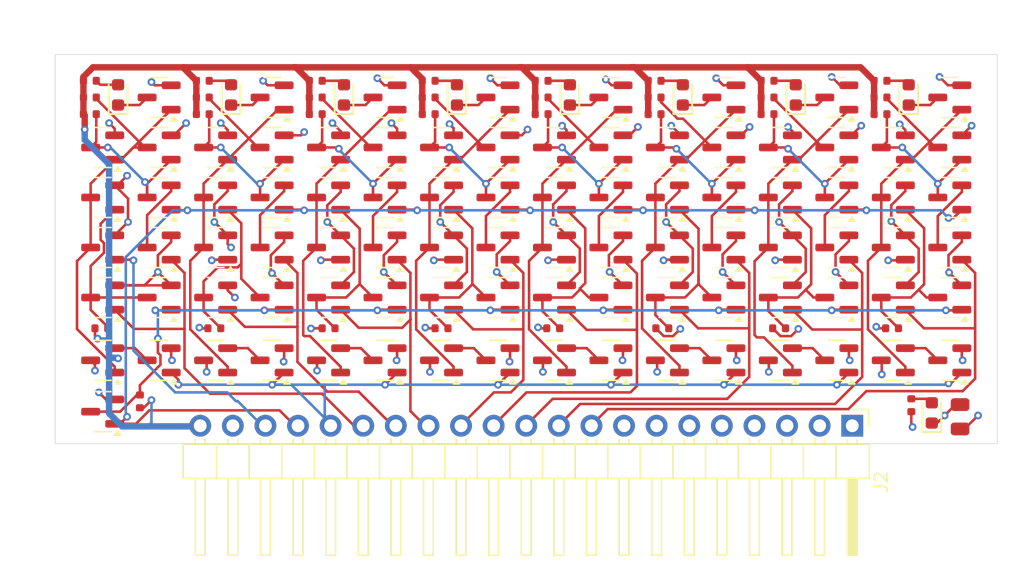
<source format=kicad_pcb>
(kicad_pcb (version 20240108) (generator "pcbnew") (generator_version "8.0")
  (layers (0 "F.Cu" signal) (1 "In1.Cu" signal) (2 "In2.Cu" signal) (31 "B.Cu" signal) (34 "B.Paste" user) (35 "F.Paste" user) (36 "B.SilkS" user "B.Silkscreen") (37 "F.SilkS" user "F.Silkscreen") (38 "B.Mask" user) (39 "F.Mask" user) (44 "Edge.Cuts" user))
  (net 0 "")
  (net 1 "VCC")
  (net 2 "Earth")
  (net 3 "Net-(Q82-D)")
  (net 4 "Net-(D1-Pad2)")
  (net 5 "Net-(Q83-D)")
  (net 6 "Net-(D2-Pad2)")
  (net 7 "Net-(Q84-D)")
  (net 8 "Net-(D3-Pad2)")
  (net 9 "Net-(Q85-D)")
  (net 10 "Net-(D4-Pad2)")
  (net 11 "Net-(D5-Pad2)")
  (net 12 "Net-(Q86-D)")
  (net 13 "Net-(Q87-D)")
  (net 14 "Net-(D6-Pad2)")
  (net 15 "Net-(D7-Pad2)")
  (net 16 "Net-(Q88-D)")
  (net 17 "Net-(D8-Pad2)")
  (net 18 "Net-(Q89-D)")
  (net 19 "Net-(D9-Pad2)")
  (net 20 "Net-(Q1-D)")
  (net 21 "Net-(Q2-D)")
  (net 22 "Net-(Q4-D)")
  (net 23 "/RST")
  (net 24 "Net-(Q7-D)")
  (net 25 "Net-(Q10-D)")
  (net 26 "Net-(Q10-S)")
  (net 27 "Net-(Q12-D)")
  (net 28 "Net-(Q14-D)")
  (net 29 "Net-(Q16-S)")
  (net 30 "Net-(Q20-S)")
  (net 31 "Net-(Q22-D)")
  (net 32 "Net-(Q24-D)")
  (net 33 "Net-(Q26-S)")
  (net 34 "Net-(Q30-S)")
  (net 35 "Net-(Q32-D)")
  (net 36 "Net-(Q34-D)")
  (net 37 "Net-(Q36-S)")
  (net 38 "Net-(Q40-S)")
  (net 39 "Net-(Q42-D)")
  (net 40 "Net-(Q44-D)")
  (net 41 "Net-(Q46-S)")
  (net 42 "Net-(Q50-S)")
  (net 43 "Net-(Q52-D)")
  (net 44 "Net-(Q54-D)")
  (net 45 "Net-(Q56-S)")
  (net 46 "Net-(Q60-S)")
  (net 47 "Net-(Q62-D)")
  (net 48 "Net-(Q64-D)")
  (net 49 "Net-(Q66-S)")
  (net 50 "Net-(Q70-S)")
  (net 51 "Net-(Q72-D)")
  (net 52 "Net-(Q74-D)")
  (net 53 "Net-(Q76-S)")
  (net 54 "Net-(Q80-S)")
  (net 55 "Net-(Q17-D)")
  (net 56 "Net-(Q27-D)")
  (net 57 "Net-(Q37-D)")
  (net 58 "Net-(Q47-D)")
  (net 59 "Net-(Q57-D)")
  (net 60 "Net-(Q67-D)")
  (net 61 "Net-(Q77-D)")
  (net 62 "Net-(J2-Pin_10)")
  (net 63 "Net-(J2-Pin_1)")
  (net 64 "Net-(J2-Pin_11)")
  (net 65 "Net-(J2-Pin_3)")
  (net 66 "Net-(J2-Pin_9)")
  (net 67 "/W")
  (net 68 "Net-(J2-Pin_12)")
  (net 69 "Net-(J2-Pin_2)")
  (net 70 "Net-(J2-Pin_4)")
  (net 71 "Net-(J2-Pin_8)")
  (net 72 "Net-(J2-Pin_7)")
  (net 73 "Net-(J2-Pin_13)")
  (net 74 "/R")
  (net 75 "Net-(J2-Pin_14)")
  (net 76 "Net-(J2-Pin_16)")
  (net 77 "Net-(J2-Pin_15)")
  (net 78 "Net-(J2-Pin_6)")
  (net 79 "Net-(J2-Pin_5)")
  (footprint "PCM_JLCPCB:R_0402" (layer "F.Cu") (at 51.8 124.1)
    (property "Reference" "R2" (hide yes))
    (property "Value" "20kΩ" (hide yes))
  )
  (footprint "Package_TO_SOT_SMD:SOT-23" (layer "F.Cu") (at 109.1 113.9 180)
    (property "Reference" "Q70" (hide yes))
    (property "Value" "2N7002" (hide yes))
  )
  (footprint "PCM_JLCPCB:R_0402" (layer "F.Cu") (at 54.8 129.8 90)
    (property "Reference" "R1" (hide yes))
    (property "Value" "20kΩ" (hide yes))
  )
  (footprint "Package_TO_SOT_SMD:SOT-23" (layer "F.Cu") (at 51.9 130.6 180)
    (property "Reference" "Q1" (hide yes))
    (property "Value" "2N7002" (hide yes))
  )
  (footprint "Package_TO_SOT_SMD:SOT-23" (layer "F.Cu") (at 82.7 113.9 180)
    (property "Reference" "Q40" (hide yes))
    (property "Value" "2N7002" (hide yes))
  )
  (footprint "Package_TO_SOT_SMD:SOT-23" (layer "F.Cu") (at 69.5 117.8 180)
    (property "Reference" "Q25" (hide yes))
    (property "Value" "2N7002" (hide yes))
  )
  (footprint "Package_TO_SOT_SMD:SOT-23" (layer "F.Cu") (at 56.3 106.1 180)
    (property "Reference" "Q82" (hide yes))
    (property "Value" "2N7002" (hide yes))
  )
  (footprint "Package_TO_SOT_SMD:SOT-23" (layer "F.Cu") (at 117.9 126.6 180)
    (property "Reference" "Q78" (hide yes))
    (property "Value" "2N7002" (hide yes))
  )
  (footprint "PCM_JLCPCB:R_0402" (layer "F.Cu") (at 87 124.1)
    (property "Reference" "R22" (hide yes))
    (property "Value" "20kΩ" (hide yes))
  )
  (footprint "PCM_JLCPCB:D_0603" (layer "F.Cu") (at 70.7 105.9 90)
    (property "Reference" "D3" (hide yes))
    (property "Value" "Red" (hide yes))
  )
  (footprint "Package_TO_SOT_SMD:SOT-23" (layer "F.Cu") (at 65.1 121.7 180)
    (property "Reference" "Q13" (hide yes))
    (property "Value" "2N7002" (hide yes))
  )
  (footprint "Package_TO_SOT_SMD:SOT-23" (layer "F.Cu") (at 109.1 126.6 180)
    (property "Reference" "Q68" (hide yes))
    (property "Value" "2N7002" (hide yes))
  )
  (footprint "PCM_JLCPCB:D_0603" (layer "F.Cu") (at 79.5 105.9 90)
    (property "Reference" "D4" (hide yes))
    (property "Value" "Red" (hide yes))
  )
  (footprint "Package_TO_SOT_SMD:SOT-23" (layer "F.Cu") (at 91.5 106.1 180)
    (property "Reference" "Q86" (hide yes))
    (property "Value" "2N7002" (hide yes))
  )
  (footprint "PCM_JLCPCB:R_0402" (layer "F.Cu") (at 94.9 107.4)
    (property "Reference" "R29" (hide yes))
    (property "Value" "20kΩ" (hide yes))
  )
  (footprint "PCM_JLCPCB:R_0402" (layer "F.Cu") (at 50.9 107.4)
    (property "Reference" "R4" (hide yes))
    (property "Value" "20kΩ" (hide yes))
  )
  (footprint "Package_TO_SOT_SMD:SOT-23" (layer "F.Cu") (at 95.9 121.7 180)
    (property "Reference" "Q52" (hide yes))
    (property "Value" "2N7002" (hide yes))
  )
  (footprint "Package_TO_SOT_SMD:SOT-23" (layer "F.Cu") (at 51.9 110 180)
    (property "Reference" "Q6" (hide yes))
    (property "Value" "2N7002" (hide yes))
  )
  (footprint "PCM_JLCPCB:R_0402" (layer "F.Cu") (at 60.6 124.1)
    (property "Reference" "R7" (hide yes))
    (property "Value" "20kΩ" (hide yes))
  )
  (footprint "Package_TO_SOT_SMD:SOT-23" (layer "F.Cu") (at 100.3 110 180)
    (property "Reference" "Q59" (hide yes))
    (property "Value" "2N7002" (hide yes))
  )
  (footprint "PCM_JLCPCB:C_0805" (layer "F.Cu") (at 118.7 131 90)
    (property "Reference" "C1" (hide yes))
    (property "Value" "10uF" (hide yes))
  )
  (footprint "Package_TO_SOT_SMD:SOT-23" (layer "F.Cu") (at 100.3 126.6 180)
    (property "Reference" "Q58" (hide yes))
    (property "Value" "2N7002" (hide yes))
  )
  (footprint "Package_TO_SOT_SMD:SOT-23" (layer "F.Cu") (at 109.1 106.1 180)
    (property "Reference" "Q88" (hide yes))
    (property "Value" "2N7002" (hide yes))
  )
  (footprint "Package_TO_SOT_SMD:SOT-23" (layer "F.Cu") (at 56.3 113.9 180)
    (property "Reference" "Q10" (hide yes))
    (property "Value" "2N7002" (hide yes))
  )
  (footprint "Package_TO_SOT_SMD:SOT-23" (layer "F.Cu") (at 117.9 110 180)
    (property "Reference" "Q79" (hide yes))
    (property "Value" "2N7002" (hide yes))
  )
  (footprint "Package_TO_SOT_SMD:SOT-23" (layer "F.Cu") (at 87.1 110 180)
    (property "Reference" "Q47" (hide yes))
    (property "Value" "2N7002" (hide yes))
  )
  (footprint "Package_TO_SOT_SMD:SOT-23" (layer "F.Cu") (at 78.3 121.7 180)
    (property "Reference" "Q32" (hide yes))
    (property "Value" "2N7002" (hide yes))
  )
  (footprint "PCM_JLCPCB:R_0402" (layer "F.Cu") (at 113.4 124.1)
    (property "Reference" "R37" (hide yes))
    (property "Value" "20kΩ" (hide yes))
  )
  (footprint "Package_TO_SOT_SMD:SOT-23" (layer "F.Cu") (at 113.5 117.8 180)
    (property "Reference" "Q75" (hide yes))
    (property "Value" "2N7002" (hide yes))
  )
  (footprint "PCM_JLCPCB:R_0402" (layer "F.Cu") (at 104.6 124.1)
    (property "Reference" "R32" (hide yes))
    (property "Value" "20kΩ" (hide yes))
  )
  (footprint "Package_TO_SOT_SMD:SOT-23" (layer "F.Cu") (at 51.9 126.6 180)
    (property "Reference" "Q8" (hide yes))
    (property "Value" "2N7002" (hide yes))
  )
  (footprint "PCM_JLCPCB:R_0402" (layer "F.Cu") (at 68.5 107.4)
    (property "Reference" "R14" (hide yes))
    (property "Value" "20kΩ" (hide yes))
  )
  (footprint "Package_TO_SOT_SMD:SOT-23" (layer "F.Cu") (at 51.9 113.9 180)
    (property "Reference" "Q4" (hide yes))
    (property "Value" "2N7002" (hide yes))
  )
  (footprint "Package_TO_SOT_SMD:SOT-23" (layer "F.Cu") (at 56.3 126.6 180)
    (property "Reference" "Q7" (hide yes))
    (property "Value" "2N7002" (hide yes))
  )
  (footprint "Package_TO_SOT_SMD:SOT-23" (layer "F.Cu") (at 60.7 121.7 180)
    (property "Reference" "Q12" (hide yes))
    (property "Value" "2N7002" (hide yes))
  )
  (footprint "PCM_JLCPCB:R_0402" (layer "F.Cu") (at 86.1 107.4)
    (property "Reference" "R24" (hide yes))
    (property "Value" "20kΩ" (hide yes))
  )
  (footprint "Package_TO_SOT_SMD:SOT-23" (layer "F.Cu") (at 91.5 126.6 180)
    (property "Reference" "Q48" (hide yes))
    (property "Value" "2N7002" (hide yes))
  )
  (footprint "Package_TO_SOT_SMD:SOT-23" (layer "F.Cu") (at 73.9 126.6 180)
    (property "Reference" "Q28" (hide yes))
    (property "Value" "2N7002" (hide yes))
  )
  (footprint "Package_TO_SOT_SMD:SOT-23" (layer "F.Cu") (at 69.5 110 180)
    (property "Reference" "Q27" (hide yes))
    (property "Value" "2N7002" (hide yes))
  )
  (footprint "PCM_JLCPCB:D_0603" (layer "F.Cu") (at 114.7 105.9 90)
    (property "Reference" "D8" (hide yes))
    (property "Value" "Red" (hide yes))
  )
  (footprint "Package_TO_SOT_SMD:SOT-23" (layer "F.Cu") (at 113.5 110 180)
    (property "Reference" "Q77" (hide yes))
    (property "Value" "2N7002" (hide yes))
  )
  (footprint "Package_TO_SOT_SMD:SOT-23" (layer "F.Cu") (at 95.9 117.8 180)
    (property "Reference" "Q55" (hide yes))
    (property "Value" "2N7002" (hide yes))
  )
  (footprint "Package_TO_SOT_SMD:SOT-23" (layer "F.Cu") (at 104.7 121.7 180)
    (property "Reference" "Q62" (hide yes))
    (property "Value" "2N7002" (hide yes))
  )
  (footprint "Package_TO_SOT_SMD:SOT-23" (layer "F.Cu") (at 104.7 126.6 180)
    (property "Reference" "Q66" (hide yes))
    (property "Value" "2N7002" (hide yes))
  )
  (footprint "PCM_JLCPCB:R_0402" (layer "F.Cu") (at 59.7 106.1)
    (property "Reference" "R10" (hide yes))
    (property "Value" "20kΩ" (hide yes))
  )
  (footprint "Package_TO_SOT_SMD:SOT-23" (layer "F.Cu") (at 78.3 113.9 180)
    (property "Reference" "Q34" (hide yes))
    (property "Value" "2N7002" (hide yes))
  )
  (footprint "PCM_JLCPCB:D_0603" (layer "F.Cu") (at 116.5 130.7 90)
    (property "Reference" "D9" (hide yes))
    (property "Value" "Red" (hide yes))
  )
  (footprint "Package_TO_SOT_SMD:SOT-23" (layer "F.Cu") (at 113.5 113.9 180)
    (property "Reference" "Q74" (hide yes))
    (property "Value" "2N7002" (hide yes))
  )
  (footprint "Package_TO_SOT_SMD:SOT-23" (layer "F.Cu") (at 73.9 106.1 180)
    (property "Reference" "Q84" (hide yes))
    (property "Value" "2N7002" (hide yes))
  )
  (footprint "Package_TO_SOT_SMD:SOT-23" (layer "F.Cu") (at 56.3 117.8 180)
    (property "Reference" "Q11" (hide yes))
    (property "Value" "2N7002" (hide yes))
  )
  (footprint "Package_TO_SOT_SMD:SOT-23" (layer "F.Cu") (at 82.7 121.7 180)
    (property "Reference" "Q33" (hide yes))
    (property "Value" "2N7002" (hide yes))
  )
  (footprint "Package_TO_SOT_SMD:SOT-23" (layer "F.Cu") (at 69.5 113.9 180)
    (property "Reference" "Q24" (hide yes))
    (property "Value" "2N7002" (hide yes))
  )
  (footprint "Package_TO_SOT_SMD:SOT-23" (layer "F.Cu") (at 60.7 113.9 180)
    (property "Reference" "Q14" (hide yes))
    (property "Value" "2N7002" (hide yes))
  )
  (footprint "Package_TO_SOT_SMD:SOT-23" (layer "F.Cu") (at 65.1 106.1 180)
    (property "Reference" "Q83" (hide yes))
    (property "Value" "2N7002" (hide yes))
  )
  (footprint "Package_TO_SOT_SMD:SOT-23" (layer "F.Cu") (at 56.3 121.7 180)
    (property "Reference" "Q3" (hide yes))
    (property "Value" "2N7002" (hide yes))
  )
  (footprint "Package_TO_SOT_SMD:SOT-23" (layer "F.Cu") (at 73.9 121.7 180)
    (property "Reference" "Q23" (hide yes))
    (property "Value" "2N7002" (hide yes))
  )
  (footprint "Package_TO_SOT_SMD:SOT-23" (layer "F.Cu") (at 100.3 117.8 180)
    (property "Reference" "Q61" (hide yes))
    (property "Value" "2N7002" (hide yes))
  )
  (footprint "PCM_JLCPCB:R_0402" (layer "F.Cu") (at 112.5 104.8)
    (property "Reference" "R49" (hide yes))
    (property "Value" "470Ω" (hide yes))
  )
  (footprint "Package_TO_SOT_SMD:SOT-23" (layer "F.Cu") (at 117.9 117.8 180)
    (property "Reference" "Q81" (hide yes))
    (property "Value" "2N7002" (hide yes))
  )
  (footprint "Package_TO_SOT_SMD:SOT-23" (layer "F.Cu") (at 104.7 110 180)
    (property "Reference" "Q67" (hide yes))
    (property "Value" "2N7002" (hide yes))
  )
  (footprint "Package_TO_SOT_SMD:SOT-23" (layer "F.Cu") (at 65.1 117.8 180)
    (property "Reference" "Q21" (hide yes))
    (property "Value" "2N7002" (hide yes))
  )
  (footprint "Package_TO_SOT_SMD:SOT-23" (layer "F.Cu") (at 87.1 126.6 180)
    (property "Reference" "Q46" (hide yes))
    (property "Value" "2N7002" (hide yes))
  )
  (footprint "PCM_JLCPCB:R_0402" (layer "F.Cu") (at 59.7 107.4)
    (property "Reference" "R9" (hide yes))
    (property "Value" "20kΩ" (hide yes))
  )
  (footprint "Package_TO_SOT_SMD:SOT-23" (layer "F.Cu") (at 51.9 121.7 180)
    (property "Reference" "Q2" (hide yes))
    (property "Value" "2N7002" (hide yes))
  )
  (footprint "PCM_JLCPCB:R_0402" (layer "F.Cu") (at 86.1 106.1)
    (property "Reference" "R25" (hide yes))
    (property "Value" "20kΩ" (hide yes))
  )
  (footprint "Package_TO_SOT_SMD:SOT-23" (layer "F.Cu") (at 60.7 110 180)
    (property "Reference" "Q17" (hide yes))
    (property "Value" "2N7002" (hide yes))
  )
  (footprint "Package_TO_SOT_SMD:SOT-23" (layer "F.Cu") (at 73.9 113.9 180)
    (property "Reference" "Q30" (hide yes))
    (property "Value" "2N7002" (hide yes))
  )
  (footprint "PCM_JLCPCB:R_0402" (layer "F.Cu") (at 50.9 106.1)
    (property "Reference" "R5" (hide yes))
    (property "Value" "20kΩ" (hide yes))
  )
  (footprint "PCM_JLCPCB:R_0402" (layer "F.Cu") (at 112.5 106.1)
    (property "Reference" "R40" (hide yes))
    (property "Value" "20kΩ" (hide yes))
  )
  (footprint "Package_TO_SOT_SMD:SOT-23" (layer "F.Cu") (at 60.7 126.6 180)
    (property "Reference" "Q16" (hide yes))
    (property "Value" "2N7002" (hide yes))
  )
  (footprint "Package_TO_SOT_SMD:SOT-23" (layer "F.Cu") (at 91.5 121.7 180)
    (property "Reference" "Q43" (hide yes))
    (property "Value" "2N7002" (hide yes))
  )
  (footprint "Package_TO_SOT_SMD:SOT-23" (layer "F.Cu") (at 91.5 110 180)
    (property "Reference" "Q49" (hide yes))
    (property "Value" "2N7002" (hide yes))
  )
  (footprint "Package_TO_SOT_SMD:SOT-23" (layer "F.Cu") (at 117.9 121.7 180)
    (property "Reference" "Q73" (hide yes))
    (property "Value" "2N7002" (hide yes))
  )
  (footprint "Package_TO_SOT_SMD:SOT-23" (layer "F.Cu") (at 100.3 106.1 180)
    (property "Reference" "Q87" (hide yes))
    (property "Value" "2N7002" (hide yes))
  )
  (footprint "Package_TO_SOT_SMD:SOT-23" (layer "F.Cu") (at 73.9 117.8 180)
    (property "Reference" "Q31" (hide yes))
    (property "Value" "2N7002" (hide yes))
  )
  (footprint "Package_TO_SOT_SMD:SOT-23" (layer "F.Cu") (at 78.3 117.8 180)
    (property "Reference" "Q35" (hide yes))
    (property "Value" "2N7002" (hide yes))
  )
  (footprint "Package_TO_SOT_SMD:SOT-23" (layer "F.Cu") (at 56.3 110 180)
    (property "Reference" "Q9" (hide yes))
    (property "Value" "2N7002" (hide yes))
  )
  (footprint "PCM_JLCPCB:R_0402" (layer "F.Cu") (at 50.9 104.8)
    (property "Reference" "R42" (hide yes))
    (property "Value" "470Ω" (hide yes))
  )
  (footprint "PCM_JLCPCB:R_0402" (layer "F.Cu") (at 94.9 104.8)
    (property "Reference" "R47" (hide yes))
    (property "Value" "470Ω" (hide yes))
  )
  (footprint "Package_TO_SOT_SMD:SOT-23" (layer "F.Cu") (at 95.9 110 180)
    (property "Reference" "Q57" (hide yes))
    (property "Value" "2N7002" (hide yes))
  )
  (footprint "PCM_JLCPCB:D_0603" (layer "F.Cu") (at 53.1 105.9 90)
    (property "Reference" "D1" (hide yes))
    (property "Value" "Red" (hide yes))
  )
  (footprint "PCM_JLCPCB:D_0603" (layer "F.Cu") (at 97.1 105.9 90)
    (property "Reference" "D6" (hide yes))
    (property "Value" "Red" (hide yes))
  )
  (footprint "Package_TO_SOT_SMD:SOT-23" (layer "F.Cu") (at 95.9 113.9 180)
    (property "Reference" "Q54" (hide yes))
    (property "Value" "2N7002" (hide yes))
  )
  (footprint "Package_TO_SOT_SMD:SOT-23" (layer "F.Cu") (at 104.7 117.8 180)
    (property "Reference" "Q65" (hide yes))
    (property "Value" "2N7002" (hide yes))
  )
  (footprint "PCM_JLCPCB:R_0402" (layer "F.Cu") (at 103.7 104.8)
    (property "Reference" "R48" (hide yes))
    (property "Value" "470Ω" (hide yes))
  )
  (footprint "Package_TO_SOT_SMD:SOT-23" (layer "F.Cu") (at 109.1 110 180)
    (property "Reference" "Q69" (hide yes))
    (property "Value" "2N7002" (hide yes))
  )
  (footprint "Package_TO_SOT_SMD:SOT-23" (layer "F.Cu") (at 100.3 121.7 180)
    (property "Reference" "Q53" (hide yes))
    (property "Value" "2N7002" (hide yes))
  )
  (footprint "Package_TO_SOT_SMD:SOT-23" (layer "F.Cu") (at 87.1 113.9 180)
    (property "Reference" "Q44" (hide yes))
    (property "Value" "2N7002" (hide yes))
  )
  (footprint "Package_TO_SOT_SMD:SOT-23" (layer "F.Cu") (at 69.5 121.7 180)
    (property "Reference" "Q22" (hide yes))
    (property "Value" "2N7002" (hide yes))
  )
  (footprint "Package_TO_SOT_SMD:SOT-23" (layer "F.Cu") (at 113.5 126.6 180)
    (property "Reference" "Q76" (hide yes))
    (property "Value" "2N7002" (hide yes))
  )
  (footprint "PCM_JLCPCB:R_0402" (layer "F.Cu") (at 95.5 124.1)
    (property "Reference" "R27" (hide yes))
    (property "Value" "20kΩ" (hide yes))
  )
  (footprint "PCM_JLCPCB:R_0402" (layer "F.Cu") (at 68.5 104.8)
    (property "Reference" "R44" (hide yes))
    (property "Value" "470Ω" (hide yes))
  )
  (footprint "Package_TO_SOT_SMD:SOT-23" (layer "F.Cu") (at 65.1 110 180)
    (property "Reference" "Q19" (hide yes))
    (property "Value" "2N7002" (hide yes))
  )
  (footprint "PCM_JLCPCB:D_0603" (layer "F.Cu") (at 88.3 105.9 90)
    (property "Reference" "D5" (hide yes))
    (property "Value" "Red" (hide yes))
  )
  (footprint "Package_TO_SOT_SMD:SOT-23" (layer "F.Cu") (at 78.3 110 180)
    (property "Reference" "Q37" (hide yes))
    (property "Value" "2N7002" (hide yes))
  )
  (footprint "PCM_JLCPCB:D_0603" (layer "F.Cu") (at 105.9 105.9 90)
    (property "Reference" "D7" (hide yes))
    (property "Value" "Red" (hide yes))
  )
  (footprint "PCM_JLCPCB:R_0402" (layer "F.Cu") (at 78.3 124.1)
    (property "Reference" "R17" (hide yes))
    (property "Value" "20kΩ" (hide yes))
  )
  (footprint "PCM_JLCPCB:R_0402" (layer "F.Cu") (at 86.1 104.8)
    (property "Reference" "R46" (hide yes))
    (property "Value" "470Ω" (hide yes))
  )
  (footprint "PCM_JLCPCB:D_0603" (layer "F.Cu") (at 61.9 105.9 90)
    (property "Reference" "D2" (hide yes))
    (property "Value" "Red" (hide yes))
  )
  (footprint "PCM_JLCPCB:R_0402" (layer "F.Cu") (at 59.7 104.8)
    (property "Reference" "R43" (hide yes))
    (property "Value" "470Ω" (hide yes))
  )
  (footprint "Package_TO_SOT_SMD:SOT-23" (layer "F.Cu") (at 60.7 117.8 180)
    (property "Reference" "Q15" (hide yes))
    (property "Value" "2N7002" (hide yes))
  )
  (footprint "Package_TO_SOT_SMD:SOT-23" (layer "F.Cu") (at 117.9 113.9 180)
    (property "Reference" "Q80" (hide yes))
    (property "Value" "2N7002" (hide yes))
  )
  (footprint "PCM_JLCPCB:R_0402" (layer "F.Cu") (at 69.5 124.1)
    (property "Reference" "R12" (hide yes))
    (property "Value" "20kΩ" (hide yes))
  )
  (footprint "Package_TO_SOT_SMD:SOT-23" (layer "F.Cu") (at 91.5 117.8 180)
    (property "Reference" "Q51" (hide yes))
    (property "Value" "2N7002" (hide yes))
  )
  (footprint "Package_TO_SOT_SMD:SOT-23" (layer "F.Cu") (at 109.1 121.7 180)
    (property "Reference" "Q63" (hide yes))
    (property "Value" "2N7002" (hide yes))
  )
  (footprint "PCM_JLCPCB:R_0402" (layer "F.Cu") (at 114.9 130.1 90)
    (property "Reference" "R50" (hide yes))
    (property "Value" "470Ω" (hide yes))
  )
  (footprint "PCM_JLCPCB:R_0402" (layer "F.Cu") (at 94.9 106.1)
    (property "Reference" "R30" (hide yes))
    (property "Value" "20kΩ" (hide yes))
  )
  (footprint "Package_TO_SOT_SMD:SOT-23" (layer "F.Cu") (at 82.7 117.8 180)
    (property "Reference" "Q41" (hide yes))
    (property "Value" "2N7002" (hide yes))
  )
  (footprint "Package_TO_SOT_SMD:SOT-23" (layer "F.Cu") (at 78.3 126.6 180)
    (property "Reference" "Q36" (hide yes))
    (property "Value" "2N7002" (hide yes))
  )
  (footprint "Package_TO_SOT_SMD:SOT-23" (layer "F.Cu") (at 117.9 106.1 180)
    (property "Reference" "Q89" (hide yes))
    (property "Value" "2N7002" (hide yes))
  )
  (footprint "Package_TO_SOT_SMD:SOT-23" (layer "F.Cu") (at 109.1 117.8 180)
    (property "Reference" "Q71" (hide yes))
    (property "Value" "2N7002" (hide yes))
  )
  (footprint "Connector_PinHeader_2.54mm:PinHeader_1x21_P2.54mm_Horizontal" (layer "F.Cu") (at 110.3 131.7 -90)
    (property "Reference" "J2")
    (property "Value" "Conn_01x21_Pin")
  )
  (footprint "PCM_JLCPCB:R_0402" (layer "F.Cu") (at 68.5 106.1)
    (property "Reference" "R15" (hide yes))
    (property "Value" "20kΩ" (hide yes))
  )
  (footprint "Package_TO_SOT_SMD:SOT-23" (layer "F.Cu") (at 91.5 113.9 180)
    (property "Reference" "Q50" (hide yes))
    (property "Value" "2N7002" (hide yes))
  )
  (footprint "Package_TO_SOT_SMD:SOT-23" (layer "F.Cu") (at 73.9 110 180)
    (property "Reference" "Q29" (hide yes))
    (property "Value" "2N7002" (hide yes))
  )
  (footprint "PCM_JLCPCB:R_0402" (layer "F.Cu") (at 103.7 106.1)
    (property "Reference" "R35" (hide yes))
    (property "Value" "20kΩ" (hide yes))
  )
  (footprint "Package_TO_SOT_SMD:SOT-23" (layer "F.Cu") (at 82.7 126.6 180)
    (property "Reference" "Q38" (hide yes))
    (property "Value" "2N7002" (hide yes))
  )
  (footprint "PCM_JLCPCB:R_0402" (layer "F.Cu") (at 77.3 104.8)
    (property "Reference" "R45" (hide yes))
    (property "Value" "470Ω" (hide yes))
  )
  (footprint "PCM_JLCPCB:R_0402" (layer "F.Cu") (at 77.3 107.4)
    (property "Reference" "R19" (hide yes))
    (property "Value" "20kΩ" (hide yes))
  )
  (footprint "PCM_JLCPCB:R_0402" (layer "F.Cu") (at 103.7 107.4)
    (property "Reference" "R34" (hide yes))
    (property "Value" "20kΩ" (hide yes))
  )
  (footprint "Package_TO_SOT_SMD:SOT-23" (layer "F.Cu") (at 69.5 126.6 180)
    (property "Reference" "Q26" (hide yes))
    (property "Value" "2N7002" (hide yes))
  )
  (footprint "Package_TO_SOT_SMD:SOT-23" (layer "F.Cu") (at 51.9 117.8 180)
    (property "Reference" "Q5" (hide yes))
    (property "Value" "2N7002" (hide yes))
  )
  (footprint "Package_TO_SOT_SMD:SOT-23" (layer "F.Cu") (at 100.3 113.9 180)
    (property "Reference" "Q60" (hide yes))
    (property "Value" "2N7002" (hide yes))
  )
  (footprint "PCM_JLCPCB:R_0402" (layer "F.Cu") (at 112.5 107.4)
    (property "Reference" "R39" (hide yes))
    (property "Value" "20kΩ" (hide yes))
  )
  (footprint "Package_TO_SOT_SMD:SOT-23" (layer "F.Cu") (at 65.1 126.6 180)
    (property "Reference" "Q18" (hide yes))
    (property "Value" "2N7002" (hide yes))
  )
  (footprint "Package_TO_SOT_SMD:SOT-23" (layer "F.Cu") (at 82.7 110 180)
    (property "Reference" "Q39" (hide yes))
    (property "Value" "2N7002" (hide yes))
  )
  (footprint "Package_TO_SOT_SMD:SOT-23" (layer "F.Cu") (at 95.9 126.6 180)
    (property "Reference" "Q56" (hide yes))
    (property "Value" "2N7002" (hide yes))
  )
  (footprint "Package_TO_SOT_SMD:SOT-23" (layer "F.Cu") (at 113.5 121.7 180)
    (property "Reference" "Q72" (hide yes))
    (property "Value" "2N7002" (hide yes))
  )
  (footprint "Package_TO_SOT_SMD:SOT-23" (layer "F.Cu") (at 87.1 121.7 180)
    (property "Reference" "Q42" (hide yes))
    (property "Value" "2N7002" (hide yes))
  )
  (footprint "PCM_JLCPCB:R_0402" (layer "F.Cu") (at 77.3 106.1)
    (property "Reference" "R20" (hide yes))
    (property "Value" "20kΩ" (hide yes))
  )
  (footprint "Package_TO_SOT_SMD:SOT-23" (layer "F.Cu") (at 104.7 113.9 180)
    (property "Reference" "Q64" (hide yes))
    (property "Value" "2N7002" (hide yes))
  )
  (footprint "Package_TO_SOT_SMD:SOT-23" (layer "F.Cu") (at 82.7 106.1 180)
    (property "Reference" "Q85" (hide yes))
    (property "Value" "2N7002" (hide yes))
  )
  (footprint "Package_TO_SOT_SMD:SOT-23" (layer "F.Cu") (at 87.1 117.8 180)
    (property "Reference" "Q45" (hide yes))
    (property "Value" "2N7002" (hide yes))
  )
  (footprint "Package_TO_SOT_SMD:SOT-23" (layer "F.Cu") (at 65.1 113.9 180)
    (property "Reference" "Q20" (hide yes))
    (property "Value" "2N7002" (hide yes))
  )
  (gr_rect (start 48.2 102.75) (end 121.6 133.1) (stroke (width 0.05)) (fill none) (layer "Edge.Cuts"))
  (segment (start 58.2 103.75) (end 58.2 103.8) (width 0.5) (layer "F.Cu") (net 1))
  (segment (start 58.2 103.8) (end 59.2 104.8) (width 0.5) (layer "F.Cu") (net 1))
  (segment (start 51.3 124.7) (end 51.5 124.9) (width 0.2) (layer "F.Cu") (net 1))
  (segment (start 118.7 131.95) (end 119.05 131.95) (width 0.2) (layer "F.Cu") (net 1))
  (segment (start 66.8 103.75) (end 75.9 103.75) (width 0.5) (layer "F.Cu") (net 1))
  (segment (start 112.289082 124.1) (end 112.169541 123.980459) (width 0.2) (layer "F.Cu") (net 1))
  (segment (start 102.1 103.75) (end 102.15 103.75) (width 0.5) (layer "F.Cu") (net 1))
  (segment (start 93.35 103.75) (end 94.4 104.8) (width 0.5) (layer "F.Cu") (net 1))
  (segment (start 75.9 103.75) (end 84.4 103.75) (width 0.5) (layer "F.Cu") (net 1))
  (segment (start 95.61 124.71) (end 96.34 124.71) (width 0.2) (layer "F.Cu") (net 1))
  (segment (start 51.140001 103.75) (end 58.2 103.75) (width 0.5) (layer "F.Cu") (net 1))
  (segment (start 50.4 107.4) (end 50.4 104.8) (width 0.5) (layer "F.Cu") (net 1))
  (segment (start 114.9 130.6) (end 114.9 131.7) (width 0.2) (layer "F.Cu") (net 1))
  (segment (start 66.8 103.75) (end 66.95 103.75) (width 0.5) (layer "F.Cu") (net 1))
  (segment (start 103.2 104.8) (end 103.2 107.4) (width 0.5) (layer "F.Cu") (net 1))
  (segment (start 69 124.1) (end 68.141907 124.1) (width 0.2) (layer "F.Cu") (net 1))
  (segment (start 102.1 103.75) (end 110.95 103.75) (width 0.5) (layer "F.Cu") (net 1))
  (segment (start 76.8 104.8) (end 76.8 107.4) (width 0.5) (layer "F.Cu") (net 1))
  (segment (start 95 124.1) (end 95.61 124.71) (width 0.2) (layer "F.Cu") (net 1))
  (segment (start 112.9 124.1) (end 112.289082 124.1) (width 0.2) (layer "F.Cu") (net 1))
  (segment (start 96.34 124.71) (end 96.9 124.15) (width 0.2) (layer "F.Cu") (net 1))
  (segment (start 86.5 124.1) (end 85.889082 124.1) (width 0.2) (layer "F.Cu") (net 1))
  (segment (start 84.4 103.75) (end 93.1 103.75) (width 0.5) (layer "F.Cu") (net 1))
  (segment (start 93.1 103.75) (end 93.35 103.75) (width 0.5) (layer "F.Cu") (net 1))
  (segment (start 77.089082 124.1) (end 77.034541 124.045459) (width 0.2) (layer "F.Cu") (net 1))
  (segment (start 105.54 124.71) (end 106.1 124.15) (width 0.2) (layer "F.Cu") (net 1))
  (segment (start 76.8 104.65) (end 76.8 104.8) (width 0.5) (layer "F.Cu") (net 1))
  (segment (start 59.489082 124.1) (end 59.432041 124.042959) (width 0.2) (layer "F.Cu") (net 1))
  (segment (start 68 104.8) (end 68 107.4) (width 0.5) (layer "F.Cu") (net 1))
  (segment (start 104.71 124.71) (end 105.54 124.71) (width 0.2) (layer "F.Cu") (net 1))
  (segment (start 85.6 104.8) (end 85.6 107.4) (width 0.5) (layer "F.Cu") (net 1))
  (segment (start 112 104.8) (end 112 107.4) (width 0.5) (layer "F.Cu") (net 1))
  (segment (start 60.1 124.1) (end 59.489082 124.1) (width 0.2) (layer "F.Cu") (net 1))
  (segment (start 66.95 103.75) (end 68 104.8) (width 0.5) (layer "F.Cu") (net 1))
  (segment (start 102.15 103.75) (end 103.2 104.8) (width 0.5) (layer "F.Cu") (net 1))
  (segment (start 93.1 103.75) (end 102.1 103.75) (width 0.5) (layer "F.Cu") (net 1))
  (segment (start 50.4 104.490001) (end 51.140001 103.75) (width 0.5) (layer "F.Cu") (net 1))
  (segment (start 50.5 107.5) (end 50.4 107.4) (width 0.5) (layer "F.Cu") (net 1))
  (segment (start 50.5 108.6) (end 50.5 107.5) (width 0.5) (layer "F.Cu") (net 1))
  (segment (start 85.889082 124.1) (end 85.819541 124.030459) (width 0.2) (layer "F.Cu") (net 1))
  (segment (start 84.4 103.75) (end 84.55 103.75) (width 0.5) (layer "F.Cu") (net 1))
  (segment (start 84.55 103.75) (end 85.6 104.8) (width 0.5) (layer "F.Cu") (net 1))
  (segment (start 54.8 130.3) (end 55.1 130.3) (width 0.2) (layer "F.Cu") (net 1))
  (segment (start 110.95 103.75) (end 112 104.8) (width 0.5) (layer "F.Cu") (net 1))
  (segment (start 58.2 103.75) (end 66.8 103.75) (width 0.5) (layer "F.Cu") (net 1))
  (segment (start 55.1 130.3) (end 55.7 129.7) (width 0.2) (layer "F.Cu") (net 1))
  (segment (start 114.9 131.7) (end 115 131.8) (width 0.2) (layer "F.Cu") (net 1))
  (segment (start 104.1 124.1) (end 104.71 124.71) (width 0.2) (layer "F.Cu") (net 1))
  (segment (start 50.4 104.8) (end 50.4 104.490001) (width 0.5) (layer "F.Cu") (net 1))
  (segment (start 77.8 124.1) (end 77.089082 124.1) (width 0.2) (layer "F.Cu") (net 1))
  (segment (start 59.2 104.8) (end 59.2 107.4) (width 0.5) (layer "F.Cu") (net 1))
  (segment (start 75.9 103.75) (end 76.8 104.65) (width 0.5) (layer "F.Cu") (net 1))
  (segment (start 51.3 124.1) (end 51.3 124.7) (width 0.2) (layer "F.Cu") (net 1))
  (segment (start 119.05 131.95) (end 120.1 130.9) (width 0.2) (layer "F.Cu") (net 1))
  (segment (start 68.141907 124.1) (end 68.127015 124.114892) (width 0.2) (layer "F.Cu") (net 1))
  (segment (start 94.4 104.8) (end 94.4 107.4) (width 0.5) (layer "F.Cu") (net 1))
  (via (at 77.034541 124.045459) (size 0.6) (drill 0.3) (layers "F.Cu" "B.Cu") (net 1))
  (via (at 106.1 124.15) (size 0.6) (drill 0.3) (layers "F.Cu" "B.Cu") (net 1))
  (via (at 115 131.8) (size 0.6) (drill 0.3) (layers "F.Cu" "B.Cu") (net 1))
  (via (at 68.127015 124.114892) (size 0.6) (drill 0.3) (layers "F.Cu" "B.Cu") (net 1))
  (via (at 50.5 108.6) (size 0.6) (drill 0.3) (layers "F.Cu" "B.Cu") (net 1))
  (via (at 85.819541 124.030459) (size 0.6) (drill 0.3) (layers "F.Cu" "B.Cu") (net 1))
  (via (at 96.9 124.15) (size 0.6) (drill 0.3) (layers "F.Cu" "B.Cu") (net 1))
  (via (at 59.432041 124.042959) (size 0.6) (drill 0.3) (layers "F.Cu" "B.Cu") (net 1))
  (via (at 51.5 124.9) (size 0.6) (drill 0.3) (layers "F.Cu" "B.Cu") (net 1))
  (via (at 120.1 130.9) (size 0.6) (drill 0.3) (layers "F.Cu" "B.Cu") (net 1))
  (via (at 53.1 126.449999) (size 0.6) (drill 0.3) (layers "F.Cu" "B.Cu") (net 1))
  (via (at 112.169541 123.980459) (size 0.6) (drill 0.3) (layers "F.Cu" "B.Cu") (net 1))
  (via (at 55.7 129.7) (size 0.6) (drill 0.3) (layers "F.Cu" "B.Cu") (net 1))
  (segment (start 53.41967 131.75) (end 52.4 130.73033) (width 0.5) (layer "B.Cu") (net 1))
  (segment (start 52.4 126.4) (end 52.4 124.9) (width 0.5) (layer "B.Cu") (net 1))
  (segment (start 55.7 129.7) (end 55.7 131.45) (width 0.2) (layer "B.Cu") (net 1))
  (segment (start 52.4 124.9) (end 52.4 111.3) (width 0.5) (layer "B.Cu") (net 1))
  (segment (start 51.5 124.9) (end 52.4 124.9) (width 0.2) (layer "B.Cu") (net 1))
  (segment (start 53.050001 126.4) (end 53.1 126.449999) (width 0.5) (layer "B.Cu") (net 1))
  (segment (start 55.7 131.45) (end 55.4 131.75) (width 0.2) (layer "B.Cu") (net 1))
  (segment (start 52.4 111.3) (end 50.5 109.4) (width 0.5) (layer "B.Cu") (net 1))
  (segment (start 52.4 130.73033) (end 52.4 126.4) (width 0.5) (layer "B.Cu") (net 1))
  (segment (start 50.5 109.4) (end 50.5 108.6) (width 0.5) (layer "B.Cu") (net 1))
  (segment (start 52.4 126.4) (end 53.050001 126.4) (width 0.5) (layer "B.Cu") (net 1))
  (segment (start 55.4 131.75) (end 53.41967 131.75) (width 0.5) (layer "B.Cu") (net 1))
  (segment (start 59.31 131.75) (end 55.4 131.75) (width 0.5) (layer "B.Cu") (net 1))
  (segment (start 59.36 131.8) (end 59.31 131.75) (width 0.5) (layer "B.Cu") (net 1))
  (segment (start 118.8375 120.75) (end 117.8 119.7125) (width 0.2) (layer "F.Cu") (net 2))
  (segment (start 110.0375 117.303052) (end 110.0375 116.85) (width 0.2) (layer "F.Cu") (net 2))
  (segment (start 61.6375 112.95) (end 61.6375 113.403052) (width 0.2) (layer "F.Cu") (net 2))
  (segment (start 92.4375 109.05) (end 92.95 109.05) (width 0.2) (layer "F.Cu") (net 2))
  (segment (start 61.6375 120.75) (end 61.6375 121.1375) (width 0.2) (layer "F.Cu") (net 2))
  (segment (start 88.0375 120.75) (end 89.075 119.7125) (width 0.2) (layer "F.Cu") (net 2))
  (segment (start 79.2375 112.95) (end 79.2375 113.4625) (width 0.2) (layer "F.Cu") (net 2))
  (segment (start 110.0375 109.05) (end 110.25 109.05) (width 0.2) (layer "F.Cu") (net 2))
  (segment (start 118.8375 126.5375) (end 118.9 126.6) (width 0.2) (layer "F.Cu") (net 2))
  (segment (start 87 115.8125) (end 87 114.440552) (width 0.2) (layer "F.Cu") (net 2))
  (segment (start 66.0375 125.65) (end 66.0375 126.6625) (width 0.2) (layer "F.Cu") (net 2))
  (segment (start 87 114.440552) (end 88.0375 113.403052) (width 0.2) (layer "F.Cu") (net 2))
  (segment (start 61.6375 109.05) (end 61.6375 108.6375) (width 0.2) (layer "F.Cu") (net 2))
  (segment (start 79.2375 120.75) (end 79.2375 120.8375) (width 0.2) (layer "F.Cu") (net 2))
  (segment (start 73.8 118.409448) (end 73.8 119.7125) (width 0.2) (layer "F.Cu") (net 2))
  (segment (start 69.4 114.509448) (end 70.4375 113.471948) (width 0.2) (layer "F.Cu") (net 2))
  (segment (start 117.75 105.15) (end 117.1 104.5) (width 0.2) (layer "F.Cu") (net 2))
  (segment (start 106.675 119.7125) (end 106.675 117.8875) (width 0.2) (layer "F.Cu") (net 2))
  (segment (start 105.6375 109.05) (end 105.6375 108.7375) (width 0.2) (layer "F.Cu") (net 2))
  (segment (start 97.875 117.8875) (end 96.8375 116.85) (width 0.2) (layer "F.Cu") (net 2))
  (segment (start 105.6375 113.403052) (end 105.6375 112.95) (width 0.2) (layer "F.Cu") (net 2))
  (segment (start 118.7 130.35) (end 118.35 130.35) (width 0.2) (layer "F.Cu") (net 2))
  (segment (start 65 118.409448) (end 65 119.7125) (width 0.2) (layer "F.Cu") (net 2))
  (segment (start 114.4375 113.403052) (end 114.4375 112.95) (width 0.2) (layer "F.Cu") (net 2))
  (segment (start 114.4375 108.6375) (end 114 108.2) (width 0.2) (layer "F.Cu") (net 2))
  (segment (start 71.475 119.7125) (end 71.475 117.8875) (width 0.2) (layer "F.Cu") (net 2))
  (segment (start 110.0375 125.65) (end 110.0375 126.5375) (width 0.2) (layer "F.Cu") (net 2))
  (segment (start 61.6375 113.403052) (end 60.6 114.440552) (width 0.2) (layer "F.Cu") (net 2))
  (segment (start 96.8375 108.9375) (end 96.2 108.3) (width 0.2) (layer "F.Cu") (net 2))
  (segment (start 70.4375 108.7375) (end 69.8 108.1) (width 0.2) (layer "F.Cu") (net 2))
  (segment (start 83.6375 105.15) (end 82.65 105.15) (width 0.2) (layer "F.Cu") (net 2))
  (segment (start 52.8375 120.75) (end 57.2375 120.75) (width 0.2) (layer "F.Cu") (net 2))
  (segment (start 70.4375 120.75) (end 71.475 119.7125) (width 0.2) (layer "F.Cu") (net 2))
  (segment (start 83.6375 116.85) (end 83.6375 117.303052) (width 0.2) (layer "F.Cu") (net 2))
  (segment (start 52.8375 109.05) (end 52.8375 108.5375) (width 0.2) (layer "F.Cu") (net 2))
  (segment (start 109 118.340552) (end 110.0375 117.303052) (width 0.2) (layer "F.Cu") (net 2))
  (segment (start 88.0375 108.6375) (end 87.7 108.3) (width 0.2) (layer "F.Cu") (net 2))
  (segment (start 96.8375 120.75) (end 97.875 119.7125) (width 0.2) (layer "F.Cu") (net 2))
  (segment (start 70.4375 113.471948) (end 70.4375 112.95) (width 0.2) (layer "F.Cu") (net 2))
  (segment (start 66.0375 120.75) (end 65.09375 119.80625) (width 0.2) (layer "F.Cu") (net 2))
  (segment (start 92.4375 126.5625) (end 92.4 126.6) (width 0.2) (layer "F.Cu") (net 2))
  (segment (start 79.2375 120.75) (end 80.275 119.7125) (width 0.2) (layer "F.Cu") (net 2))
  (segment (start 57.2375 109.05) (end 57.45 109.05) (width 0.2) (layer "F.Cu") (net 2))
  (segment (start 88.0375 113.403052) (end 88.0375 112.95) (width 0.2) (layer "F.Cu") (net 2))
  (segment (start 109.35 105.15) (end 108.7 104.5) (width 0.2) (layer "F.Cu") (net 2))
  (segment (start 56.2 119.7125) (end 57.2375 120.75) (width 0.2) (layer "F.Cu") (net 2))
  (segment (start 100.2 119.7125) (end 100.2 118.340552) (width 0.2) (layer "F.Cu") (net 2))
  (segment (start 114.4375 116.85) (end 115.475 117.8875) (width 0.2) (layer "F.Cu") (net 2))
  (segment (start 92.4375 125.65) (end 92.4375 126.5625) (width 0.2) (layer "F.Cu") (net 2))
  (segment (start 53.05 112.95) (end 53.8 112.2) (width 0.2) (layer "F.Cu") (net 2))
  (segment (start 92.4375 105.15) (end 91.55 105.15) (width 0.2) (layer "F.Cu") (net 2))
  (segment (start 105.6375 116.85) (end 104.6 115.8125) (width 0.2) (layer "F.Cu") (net 2))
  (segment (start 115.475 117.8875) (end 115.475 119.7125) (width 0.2) (layer "F.Cu") (net 2))
  (segment (start 80.275 119.7125) (end 80.275 117.8875) (width 0.2) (layer "F.Cu") (net 2))
  (segment (start 116.91 131.49) (end 117.5 130.9) (width 0.2) (layer "F.Cu") (net 2))
  (segment (start 114.4375 109.05) (end 114.4375 108.6375) (width 0.2) (layer "F.Cu") (net 2))
  (segment (start 64.5 104.9) (end 64.4 104.8) (width 0.2) (layer "F.Cu") (net 2))
  (segment (start 66.0375 116.85) (end 66.0375 117.371948) (width 0.2) (layer "F.Cu") (net 2))
  (segment (start 73.8 119.7125) (end 74.8375 120.75) (width 0.2) (layer "F.Cu") (net 2))
  (segment (start 52.15 129.65) (end 51.6 129.1) (width 0.2) (layer "F.Cu") (net 2))
  (segment (start 84.55 109.05) (end 85 108.6) (width 0.2) (layer "F.Cu") (net 2))
  (segment (start 83.6375 109.05) (end 84.55 109.05) (width 0.2) (layer "F.Cu") (net 2))
  (segment (start 113.340552 114.5) (end 114.4375 113.403052) (width 0.2) (layer "F.Cu") (net 2))
  (segment (start 117.8 118.4) (end 118.8375 117.3625) (width 0.2) (layer "F.Cu") (net 2))
  (segment (start 71.475 117.8875) (end 70.4375 116.85) (width 0.2) (layer "F.Cu") (net 2))
  (segment (start 57.2375 105.15) (end 55.95 105.15) (width 0.2) (layer "F.Cu") (net 2))
  (segment (start 74.8375 117.371948) (end 73.8 118.409448) (width 0.2) (layer "F.Cu") (net 2))
  (segment (start 66.0375 120.75) (end 65.55 120.75) (width 0.2) (layer "F.Cu") (net 2))
  (segment (start 64.75 105.15) (end 64.5 104.9) (width 0.2) (layer "F.Cu") (net 2))
  (segment (start 113.340552 115.753052) (end 113.340552 114.5) (width 0.2) (layer "F.Cu") (net 2))
  (segment (start 70.4375 116.85) (end 69.4 115.8125) (width 0.2) (layer "F.Cu") (net 2))
  (segment (start 74.8375 125.65) (end 74.8375 126.5625) (width 0.2) (layer "F.Cu") (net 2))
  (segment (start 52.8375 120.75) (end 55.1625 120.75) (width 0.2) (layer "F.Cu") (net 2))
  (segment (start 67.35 109.05) (end 67.6 108.8) (width 0.2) (layer "F.Cu") (net 2))
  (segment (start 57.2375 125.65) (end 57.2375 126.5375) (width 0.2) (layer "F.Cu") (net 2))
  (segment (start 83.6375 125.65) (end 83.6375 126.6625) (width 0.2) (layer "F.Cu") (net 2))
  (segment (start 53.875 115.8125) (end 53.875 113.9875) (width 0.2) (layer "F.Cu") (net 2))
  (segment (start 61.6375 121.1375) (end 62.2 121.7) (width 0.2) (layer "F.Cu") (net 2))
  (segment (start 104.6 114.440552) (end 105.6375 113.403052) (width 0.2) (layer "F.Cu") (net 2))
  (segment (start 57.2375 116.85) (end 57.2375 117.371948) (width 0.2) (layer "F.Cu") (net 2))
  (segment (start 110.0375 120.75) (end 109 119.7125) (width 0.2) (layer "F.Cu") (net 2))
  (segment (start 57.45 109.05) (end 58.4 108.1) (width 0.2) (layer "F.Cu") (net 2))
  (segment (start 104.6 115.8125) (end 104.6 114.440552) (width 0.2) (layer "F.Cu") (net 2))
  (segment (start 91.55 105.15) (end 91.1 104.7) (width 0.2) (layer "F.Cu") (net 2))
  (segment (start 118.8375 105.15) (end 117.75 105.15) (width 0.2) (layer "F.Cu") (net 2))
  (segment (start 91.340552 118.4) (end 92.4375 117.303052) (width 0.2) (layer "F.Cu") (net 2))
  (segment (start 82.6 118.340552) (end 82.6 119.7125) (width 0.2) (layer "F.Cu") (net 2))
  (segment (start 105.6375 108.7375) (end 105.3 108.4) (width 0.2) (layer "F.Cu") (net 2))
  (segment (start 92.95 109.05) (end 93.6 108.4) (width 0.2) (layer "F.Cu") (net 2))
  (segment (start 101.2375 117.303052) (end 101.2375 116.85) (width 0.2) (layer "F.Cu") (net 2))
  (segment (start 61.6375 116.85) (end 61.6375 117.5375) (width 0.2) (layer "F.Cu") (net 2))
  (segment (start 80.275 117.8875) (end 79.2375 116.85) (width 0.2) (layer "F.Cu") (net 2))
  (segment (start 101.2375 105.15) (end 100.25 105.15) (width 0.2) (layer "F.Cu") (net 2))
  (segment (start 92.4375 120.75) (end 91.340552 119.653052) (width 0.2) (layer "F.Cu") (net 2))
  (segment (start 88.0375 116.85) (end 87 115.8125) (width 0.2) (layer "F.Cu") (net 2))
  (segment (start 110.0375 126.5375) (end 110.1 126.6) (width 0.2) (layer "F.Cu") (net 2))
  (segment (start 56.2 118.409448) (end 56.2 119.7125) (width 0.2) (layer "F.Cu") (net 2))
  (segment (start 89.075 117.8875) (end 88.0375 116.85) (width 0.2) (layer "F.Cu") (net 2))
  (segment (start 115.475 119.7125) (end 114.4375 120.75) (width 0.2) (layer "F.Cu") (net 2))
  (segment (start 95.8 114.440552) (end 96.8375 113.403052) (width 0.2) (layer "F.Cu") (net 2))
  (segment (start 109 119.7125) (end 109 118.340552) (width 0.2) (layer "F.Cu") (net 2))
  (segment (start 92.4375 117.303052) (end 92.4375 116.85) (width 0.2) (layer "F.Cu") (net 2))
  (segment (start 52.8375 116.85) (end 53.875 115.8125) (width 0.2) (layer "F.Cu") (net 2))
  (segment (start 66.0375 109.05) (end 67.35 109.05) (width 0.2) (layer "F.Cu") (net 2))
  (segment (start 101.2375 120.75) (end 100.2 119.7125) (width 0.2) (layer "F.Cu") (net 2))
  (segment (start 55.95 105.15) (end 55.7 104.9) (width 0.2) (layer "F.Cu") (net 2))
  (segment (start 95.8 115.8125) (end 95.8 114.440552) (width 0.2) (layer "F.Cu") (net 2))
  (segment (start 91.340552 119.653052) (end 91.340552 118.4) (width 0.2) (layer "F.Cu") (net 2))
  (segment (start 57.2375 117.371948) (end 56.2 118.409448) (width 0.2) (layer "F.Cu") (net 2))
  (segment (start 110.25 109.05) (end 111 108.3) (width 0.2) (layer "F.Cu") (net 2))
  (segment (start 52.8375 112.95) (end 53.05 112.95) (width 0.2) (layer "F.Cu") (net 2))
  (segment (start 55.1625 120.75) (end 56.2 119.7125) (width 0.2) (layer "F.Cu") (net 2))
  (segment (start 118.8375 125.65) (end 118.8375 126.5375) (width 0.2) (layer "F.Cu") (net 2))
  (segment (start 73.85 105.15) (end 73.3 104.6) (width 0.2) (layer "F.Cu") (net 2))
  (segment (start 79.2375 109.05) (end 79.2375 108.492516) (width 0.2) (layer "F.Cu") (net 2))
  (segment (start 78.2 114.5) (end 78.2 115.8125) (width 0.2) (layer "F.Cu") (net 2))
  (segment (start 61.6375 108.6375) (end 61.1 108.1) (width 0.2) (layer "F.Cu") (net 2))
  (segment (start 82.65 105.15) (end 82.1 104.6) (width 0.2) (layer "F.Cu") (net 2))
  (segment (start 83.6375 117.303052) (end 82.6 118.340552) (width 0.2) (layer "F.Cu") (net 2))
  (segment (start 96.8375 109.05) (end 96.8375 108.9375) (width 0.2) (layer "F.Cu") (net 2))
  (segment (start 118.8375 117.3625) (end 118.8375 116.85) (width 0.2) (layer "F.Cu") (net 2))
  (segment (start 117.8 119.7125) (end 117.8 118.4) (width 0.2) (layer "F.Cu") (net 2))
  (segment (start 60.6 114.440552) (end 60.6 115.8125) (width 0.2) (layer "F.Cu") (net 2))
  (segment (start 118.8375 109.05) (end 118.85 109.05) (width 0.2) (layer "F.Cu") (net 2))
  (segment (start 69.4 115.8125) (end 69.4 114.509448) (width 0.2) (layer "F.Cu") (net 2))
  (segment (start 66.0375 126.6625) (end 66 126.7) (width 0.2) (layer "F.Cu") (net 2))
  (segment (start 61.6375 117.5375) (end 61.9 117.8) (width 0.2) (layer "F.Cu") (net 2))
  (segment (start 101.65 109.05) (end 102.3 108.4) (width 0.2) (layer "F.Cu") (net 2))
  (segment (start 53.875 113.9875) (end 52.8375 112.95) (width 0.2) (layer "F.Cu") (net 2))
  (segment (start 96.8375 116.85) (end 95.8 115.8125) (width 0.2) (layer "F.Cu") (net 2))
  (segment (start 66.0375 105.15) (end 64.75 105.15) (width 0.2) (layer "F.Cu") (net 2))
  (segment (start 52.8375 108.5375) (end 52.4 108.1) (width 0.2) (layer "F.Cu") (net 2))
  (segment (start 114.4375 116.85) (end 113.340552 115.753052) (width 0.2) (layer "F.Cu") (net 2))
  (segment (start 66.0375 117.371948) (end 65 118.409448) (width 0.2) (layer "F.Cu") (net 2))
  (segment (start 100.25 105.15) (end 99.7 104.6) (width 0.2) (layer "F.Cu") (net 2))
  (segment (start 101.2375 126.5375) (end 101.3 126.6) (width 0.2) (layer "F.Cu") (net 2))
  (segment (start 74.8375 109.05) (end 74.8375 108.5375) (width 0.2) (layer "F.Cu") (net 2))
  (segment (start 52.8375 129.65) (end 52.15 129.65) (width 0.2) (layer "F.Cu") (net 2))
  (segment (start 118.35 130.05) (end 117.5 130.9) (width 0.2) (layer "F.Cu") (net 2))
  (segment (start 101.2375 109.05) (end 101.65 109.05) (width 0.2) (layer "F.Cu") (net 2))
  (segment (start 65 119.7125) (end 65.09375 119.80625) (width 0.2) (layer "F.Cu") (net 2))
  (segment (start 74.8375 116.85) (end 74.8375 117.371948) (width 0.2) (layer "F.Cu") (net 2))
  (segment (start 116.5 131.49) (end 116.91 131.49) (width 0.2) (layer "F.Cu") (net 2))
  (segment (start 74.8375 108.5375) (end 74.4 108.1) (width 0.2) (layer "F.Cu") (net 2))
  (segment (start 106.675 117.8875) (end 105.6375 116.85) (width 0.2) (layer "F.Cu") (net 2))
  (segment (start 88.0375 109.05) (end 88.0375 108.6375) (width 0.2) (layer "F.Cu") (net 2))
  (segment (start 118.85 109.05) (end 119.6 108.3) (width 0.2) (layer "F.Cu") (net 2))
  (segment (start 101.2375 125.65) (end 101.2375 126.5375) (width 0.2) (layer "F.Cu") (net 2))
  (segment (start 79.2375 116.85) (end 78.2 115.8125) (width 0.2) (layer "F.Cu") (net 2))
  (segment (start 110.0375 105.15) (end 109.35 105.15) (width 0.2) (layer "F.Cu") (net 2))
  (segment (start 79.2375 113.4625) (end 78.2 114.5) (width 0.2) (layer "F.Cu") (net 2))
  (segment (start 89.075 119.7125) (end 89.075 117.8875) (width 0.2) (layer "F.Cu") (net 2))
  (segment (start 79.2375 108.492516) (end 78.922492 108.177508) (width 0.2) (layer "F.Cu") (net 2))
  (segment (start 60.6 115.8125) (end 61.6375 116.85) (width 0.2) (layer "F.Cu") (net 2))
  (segment (start 74.8375 105.15) (end 73.85 105.15) (width 0.2) (layer "F.Cu") (net 2))
  (segment (start 105.6375 120.75) (end 106.675 119.7125) (width 0.2) (layer "F.Cu") (net 2))
  (segment (start 96.8375 113.403052) (end 96.8375 112.95) (width 0.2) (layer "F.Cu") (net 2))
  (segment (start 57.2375 126.5375) (end 57.3 126.6) (width 0.2) (layer "F.Cu") (net 2))
  (segment (start 70.4375 109.05) (end 70.4375 108.7375) (width 0.2) (layer "F.Cu") (net 2))
  (segment (start 97.875 119.7125) (end 97.875 117.8875) (width 0.2) (layer "F.Cu") (net 2))
  (segment (start 82.6 119.7125) (end 83.6375 120.75) (width 0.2) (layer "F.Cu") (net 2))
  (segment (start 100.2 118.340552) (end 101.2375 117.303052) (width 0.2) (layer "F.Cu") (net 2))
  (segment (start 74.8375 126.5625) (end 74.8 126.6) (width 0.2) (layer "F.Cu") (net 2))
  (segment (start 83.6375 126.6625) (end 83.6 126.7) (width 0.2) (layer "F.Cu") (net 2))
  (via (at 117.5 130.9) (size 0.6) (drill 0.3) (layers "F.Cu" "B.Cu") (net 2))
  (via (at 67.6 108.8) (size 0.6) (drill 0.3) (layers "F.Cu" "B.Cu") (net 2))
  (via (at 110.1 126.6) (size 0.6) (drill 0.3) (layers "F.Cu" "B.Cu") (net 2))
  (via (at 118.9 126.6) (size 0.6) (drill 0.3) (layers "F.Cu" "B.Cu") (net 2))
  (via (at 91.39375 119.70625) (size 0.6) (drill 0.3) (layers "F.Cu" "B.Cu") (net 2))
  (via (at 96.2 108.3) (size 0.6) (drill 0.3) (layers "F.Cu" "B.Cu") (net 2))
  (via (at 74.4 108.1) (size 0.6) (drill 0.3) (layers "F.Cu" "B.Cu") (net 2))
  (via (at 53.8 112.2) (size 0.6) (drill 0.3) (layers "F.Cu" "B.Cu") (net 2))
  (via (at 95.8 115.8125) (size 0.6) (drill 0.3) (layers "F.Cu" "B.Cu") (net 2))
  (via (at 87.7 108.3) (size 0.6) (drill 0.3) (layers "F.Cu" "B.Cu") (net 2))
  (via (at 101.3 126.6) (size 0.6) (drill 0.3) (layers "F.Cu" "B.Cu") (net 2))
  (via (at 102.3 108.4) (size 0.6) (drill 0.3) (layers "F.Cu" "B.Cu") (net 2))
  (via (at 61.9 117.8) (size 0.6) (drill 0.3) (layers "F.Cu" "B.Cu") (net 2))
  (via (at 60.6 115.8125) (size 0.6) (drill 0.3) (layers "F.Cu" "B.Cu") (net 2))
  (via (at 83.6 126.7) (size 0.6) (drill 0.3) (layers "F.Cu" "B.Cu") (net 2))
  (via (at 104.6 115.8125) (size 0.6) (drill 0.3) (layers "F.Cu" "B.Cu") (net 2))
  (via (at 52.4 108.1) (size 0.6) (drill 0.3) (layers "F.Cu" "B.Cu") (net 2))
  (via (at 105.3 108.4) (size 0.6) (drill 0.3) (layers "F.Cu" "B.Cu") (net 2))
  (via (at 92.4 126.6) (size 0.6) (drill 0.3) (layers "F.Cu" "B.Cu") (net 2))
  (via (at 51.6 129.1) (size 0.6) (drill 0.3) (layers "F.Cu" "B.Cu") (net 2))
  (via (at 100.2 119.7125) (size 0.6) (drill 0.3) (layers "F.Cu" "B.Cu") (net 2))
  (via (at 53.875 115.8125) (size 0.6) (drill 0.3) (layers "F.Cu" "B.Cu") (net 2))
  (via (at 57.3 126.6) (size 0.6) (drill 0.3) (layers "F.Cu" "B.Cu") (net 2))
  (via (at 64.4 104.8) (size 0.6) (drill 0.3) (layers "F.Cu" "B.Cu") (net 2))
  (via (at 111 108.3) (size 0.6) (drill 0.3) (layers "F.Cu" "B.Cu") (net 2))
  (via (at 65.09375 119.80625) (size 0.6) (drill 0.3) (layers "F.Cu" "B.Cu") (net 2))
  (via (at 56.2 119.7125) (size 0.6) (drill 0.3) (layers "F.Cu" "B.Cu") (net 2))
  (via (at 69.8 108.1) (size 0.6) (drill 0.3) (layers "F.Cu" "B.Cu") (net 2))
  (via (at 73.3 104.6) (size 0.6) (drill 0.3) (layers "F.Cu" "B.Cu") (net 2))
  (via (at 87 115.8125) (size 0.6) (drill 0.3) (layers "F.Cu" "B.Cu") (net 2))
  (via (at 69.4 115.8125) (size 0.6) (drill 0.3) (layers "F.Cu" "B.Cu") (net 2))
  (via (at 73.8 119.7125) (size 0.6) (drill 0.3) (layers "F.Cu" "B.Cu") (net 2))
  (via (at 55.7 104.9) (size 0.6) (drill 0.3) (layers "F.Cu" "B.Cu") (net 2))
  (via (at 108.7 104.5) (size 0.6) (drill 0.3) (layers "F.Cu" "B.Cu") (net 2))
  (via (at 117.84375 119.75625) (size 0.6) (drill 0.3) (layers "F.Cu" "B.Cu") (net 2))
  (via (at 109 119.7) (size 0.6) (drill 0.3) (layers "F.Cu" "B.Cu") (net 2))
  (via (at 62.2 121.7) (size 0.6) (drill 0.3) (layers "F.Cu" "B.Cu") (net 2))
  (via (at 61.1 108.1) (size 0.6) (drill 0.3) (layers "F.Cu" "B.Cu") (net 2))
  (via (at 78.2 115.8125) (size 0.6) (drill 0.3) (layers "F.Cu" "B.Cu") (net 2))
  (via (at 113.340552 115.753052) (size 0.6) (drill 0.3) (layers "F.Cu" "B.Cu") (net 2))
  (via (at 114 108.2) (size 0.6) (drill 0.3) (layers "F.Cu" "B.Cu") (net 2))
  (via (at 66 126.7) (size 0.6) (drill 0.3) (layers "F.Cu" "B.Cu") (net 2))
  (via (at 99.7 104.6) (size 0.6) (drill 0.3) (layers "F.Cu" "B.Cu") (net 2))
  (via (at 85 108.6) (size 0.6) (drill 0.3) (layers "F.Cu" "B.Cu") (net 2))
  (via (at 78.922492 108.177508) (size 0.6) (drill 0.3) (layers "F.Cu" "B.Cu") (net 2))
  (via (at 82.6 119.7125) (size 0.6) (drill 0.3) (layers "F.Cu" "B.Cu") (net 2))
  (via (at 58.4 108.1) (size 0.6) (drill 0.3) (layers "F.Cu" "B.Cu") (net 2))
  (via (at 117.1 104.5) (size 0.6) (drill 0.3) (layers "F.Cu" "B.Cu") (net 2))
  (via (at 119.6 108.3) (size 0.6) (drill 0.3) (layers "F.Cu" "B.Cu") (net 2))
  (via (at 82.1 104.6) (size 0.6) (drill 0.3) (layers "F.Cu" "B.Cu") (net 2))
  (via (at 91.1 104.7) (size 0.6) (drill 0.3) (layers "F.Cu" "B.Cu") (net 2))
  (via (at 93.6 108.4) (size 0.6) (drill 0.3) (layers "F.Cu" "B.Cu") (net 2))
  (via (at 74.8 126.6) (size 0.6) (drill 0.3) (layers "F.Cu" "B.Cu") (net 2))
  (segment (start 54.7725 106.69) (end 55.3625 106.1) (width 0.2) (layer "F.Cu") (net 3))
  (segment (start 53.1 106.69) (end 54.7725 106.69) (width 0.2) (layer "F.Cu") (net 3))
  (segment (start 51.71 105.11) (end 51.4 104.8) (width 0.2) (layer "F.Cu") (net 4))
  (segment (start 53.1 105.11) (end 51.71 105.11) (width 0.2) (layer "F.Cu") (net 4))
  (segment (start 63.5725 106.69) (end 64.1625 106.1) (width 0.2) (layer "F.Cu") (net 5))
  (segment (start 61.9 106.69) (end 63.5725 106.69) (width 0.2) (layer "F.Cu") (net 5))
  (segment (start 61.59 104.8) (end 61.9 105.11) (width 0.2) (layer "F.Cu") (net 6))
  (segment (start 60.2 104.8) (end 61.59 104.8) (width 0.2) (layer "F.Cu") (net 6))
  (segment (start 70.7 106.69) (end 72.3725 106.69) (width 0.2) (layer "F.Cu") (net 7))
  (segment (start 72.3725 106.69) (end 72.9625 106.1) (width 0.2) (layer "F.Cu") (net 7))
  (segment (start 70.39 104.8) (end 70.7 105.11) (width 0.2) (layer "F.Cu") (net 8))
  (segment (start 69 104.8) (end 70.39 104.8) (width 0.2) (layer "F.Cu") (net 8))
  (segment (start 79.5 106.69) (end 81.1725 106.69) (width 0.2) (layer "F.Cu") (net 9))
  (segment (start 81.1725 106.69) (end 81.7625 106.1) (width 0.2) (layer "F.Cu") (net 9))
  (segment (start 77.8 104.8) (end 79.19 104.8) (width 0.2) (layer "F.Cu") (net 10))
  (segment (start 79.19 104.8) (end 79.5 105.11) (width 0.2) (layer "F.Cu") (net 10))
  (segment (start 87.99 104.8) (end 88.3 105.11) (width 0.2) (layer "F.Cu") (net 11))
  (segment (start 86.6 104.8) (end 87.99 104.8) (width 0.2) (layer "F.Cu") (net 11))
  (segment (start 88.3 106.69) (end 89.9725 106.69) (width 0.2) (layer "F.Cu") (net 12))
  (segment (start 89.9725 106.69) (end 90.5625 106.1) (width 0.2) (layer "F.Cu") (net 12))
  (segment (start 97.1 106.69) (end 98.7725 106.69) (width 0.2) (layer "F.Cu") (net 13))
  (segment (start 98.7725 106.69) (end 99.3625 106.1) (width 0.2) (layer "F.Cu") (net 13))
  (segment (start 96.79 104.8) (end 97.1 105.11) (width 0.2) (layer "F.Cu") (net 14))
  (segment (start 95.4 104.8) (end 96.79 104.8) (width 0.2) (layer "F.Cu") (net 14))
  (segment (start 105.59 104.8) (end 105.9 105.11) (width 0.2) (layer "F.Cu") (net 15))
  (segment (start 104.2 104.8) (end 105.59 104.8) (width 0.2) (layer "F.Cu") (net 15))
  (segment (start 107.5725 106.69) (end 108.1625 106.1) (width 0.2) (layer "F.Cu") (net 16))
  (segment (start 105.9 106.69) (end 107.5725 106.69) (width 0.2) (layer "F.Cu") (net 16))
  (segment (start 114.39 104.8) (end 114.7 105.11) (width 0.2) (layer "F.Cu") (net 17))
  (segment (start 113 104.8) (end 114.39 104.8) (width 0.2) (layer "F.Cu") (net 17))
  (segment (start 114.7 106.69) (end 116.3725 106.69) (width 0.2) (layer "F.Cu") (net 18))
  (segment (start 116.3725 106.69) (end 116.9625 106.1) (width 0.2) (layer "F.Cu") (net 18))
  (segment (start 114.9 129.6) (end 116.19 129.6) (width 0.2) (layer "F.Cu") (net 19))
  (segment (start 116.19 129.9) (end 116.5 130.21) (width 0.2) (layer "F.Cu") (net 19))
  (segment (start 117.6 122.7) (end 118.7875 122.7) (width 0.2) (layer "F.Cu") (net 20))
  (segment (start 74.8375 122.65) (end 73.35 122.65) (width 0.2) (layer "F.Cu") (net 20))
  (segment (start 57.1875 122.7) (end 57.2375 122.65) (width 0.2) (layer "F.Cu") (net 20))
  (segment (start 83.6375 122.65) (end 82.15 122.65) (width 0.2) (layer "F.Cu") (net 20))
  (segment (start 101.2375 122.65) (end 99.95 122.65) (width 0.2) (layer "F.Cu") (net 20))
  (segment (start 53.265552 130.6) (end 54.565552 129.3) (width 0.2) (layer "F.Cu") (net 20))
  (segment (start 90.95 122.65) (end 90.9 122.7) (width 0.2) (layer "F.Cu") (net 20))
  (segment (start 82.15 122.65) (end 82.1 122.7) (width 0.2) (layer "F.Cu") (net 20))
  (segment (start 118.7875 122.7) (end 118.8375 122.65) (width 0.2) (layer "F.Cu") (net 20))
  (segment (start 56.4 126.940552) (end 56.4 126.2) (width 0.2) (layer "F.Cu") (net 20))
  (segment (start 66.0375 122.65) (end 64.55 122.65) (width 0.2) (layer "F.Cu") (net 20))
  (segment (start 54.565552 129.3) (end 54.8 129.3) (width 0.2) (layer "F.Cu") (net 20))
  (segment (start 54.8 129.3) (end 54.8 128.540552) (width 0.2) (layer "F.Cu") (net 20))
  (segment (start 99.95 122.65) (end 99.9 122.7) (width 0.2) (layer "F.Cu") (net 20))
  (segment (start 108.75 122.65) (end 108.7 122.7) (width 0.2) (layer "F.Cu") (net 20))
  (segment (start 54.8 128.540552) (end 56.4 126.940552) (width 0.2) (layer "F.Cu") (net 20))
  (segment (start 56 122.7) (end 57.1875 122.7) (width 0.2) (layer "F.Cu") (net 20))
  (segment (start 56.4 126.2) (end 56.2 126) (width 0.2) (layer "F.Cu") (net 20))
  (segment (start 92.4375 122.65) (end 90.95 122.65) (width 0.2) (layer "F.Cu") (net 20))
  (segment (start 110.0375 122.65) (end 108.75 122.65) (width 0.2) (layer "F.Cu") (net 20))
  (segment (start 50.9625 130.6) (end 53.265552 130.6) (width 0.2) (layer "F.Cu") (net 20))
  (segment (start 64.55 122.65) (end 64.5 122.7) (width 0.2) (layer "F.Cu") (net 20))
  (segment (start 73.35 122.65) (end 73.3 122.7) (width 0.2) (layer "F.Cu") (net 20))
  (segment (start 56.2 126) (end 56.2 124.9) (width 0.2) (layer "F.Cu") (net 20))
  (via (at 56 122.7) (size 0.6) (drill 0.3) (layers "F.Cu" "B.Cu") (net 20))
  (via (at 82.1 122.7) (size 0.6) (drill 0.3) (layers "F.Cu" "B.Cu") (net 20))
  (via (at 64.5 122.7) (size 0.6) (drill 0.3) (layers "F.Cu" "B.Cu") (net 20))
  (via (at 90.9 122.7) (size 0.6) (drill 0.3) (layers "F.Cu" "B.Cu") (net 20))
  (via (at 108.7 122.7) (size 0.6) (drill 0.3) (layers "F.Cu" "B.Cu") (net 20))
  (via (at 99.9 122.7) (size 0.6) (drill 0.3) (layers "F.Cu" "B.Cu") (net 20))
  (via (at 117.6 122.7) (size 0.6) (drill 0.3) (layers "F.Cu" "B.Cu") (net 20))
  (via (at 73.3 122.7) (size 0.6) (drill 0.3) (layers "F.Cu" "B.Cu") (net 20))
  (via (at 56.2 124.9) (size 0.6) (drill 0.3) (layers "F.Cu" "B.Cu") (net 20))
  (segment (start 99.9 122.7) (end 108.7 122.7) (width 0.2) (layer "B.Cu") (net 20))
  (segment (start 56.2 124.9) (end 56.2 122.9) (width 0.2) (layer "B.Cu") (net 20))
  (segment (start 108.7 122.7) (end 117.6 122.7) (width 0.2) (layer "B.Cu") (net 20))
  (segment (start 82.1 122.7) (end 90.9 122.7) (width 0.2) (layer "B.Cu") (net 20))
  (segment (start 56.2 122.9) (end 56 122.7) (width 0.2) (layer "B.Cu") (net 20))
  (segment (start 73.3 122.7) (end 82.1 122.7) (width 0.2) (layer "B.Cu") (net 20))
  (segment (start 64.5 122.7) (end 73.3 122.7) (width 0.2) (layer "B.Cu") (net 20))
  (segment (start 56 122.7) (end 64.5 122.7) (width 0.2) (layer "B.Cu") (net 20))
  (segment (start 90.9 122.7) (end 99.9 122.7) (width 0.2) (layer "B.Cu") (net 20))
  (segment (start 52 117.459448) (end 52 118.209448) (width 0.2) (layer "F.Cu") (net 21))
  (segment (start 52.3 124) (end 50.9625 122.6625) (width 0.2) (layer "F.Cu") (net 21))
  (segment (start 52 118.209448) (end 50.9625 119.246948) (width 0.2) (layer "F.Cu") (net 21))
  (segment (start 52.3 124.1) (end 52.3 124) (width 0.2) (layer "F.Cu") (net 21))
  (segment (start 51.740552 115.946948) (end 51.740552 117.2) (width 0.2) (layer "F.Cu") (net 21))
  (segment (start 55.3625 121.7) (end 50.9625 121.7) (width 0.2) (layer "F.Cu") (net 21))
  (segment (start 50.9625 122.6625) (end 50.9625 121.7) (width 0.2) (layer "F.Cu") (net 21))
  (segment (start 52.8375 114.85) (end 51.740552 115.946948) (width 0.2) (layer "F.Cu") (net 21))
  (segment (start 50.9625 119.246948) (end 50.9625 121.7) (width 0.2) (layer "F.Cu") (net 21))
  (segment (start 51.740552 117.2) (end 52 117.459448) (width 0.2) (layer "F.Cu") (net 21))
  (segment (start 54.2875 110) (end 53.99375 110.29375) (width 0.2) (layer "F.Cu") (net 22))
  (segment (start 55.193514 110) (end 51.4 106.206486) (width 0.2) (layer "F.Cu") (net 22))
  (segment (start 53.99375 110.29375) (end 57.2375 107.05) (width 0.2) (layer "F.Cu") (net 22))
  (segment (start 50.9625 117.8) (end 50.9625 113.9) (width 0.2) (layer "F.Cu") (net 22))
  (segment (start 52.8375 127.096948) (end 49.9 124.159448) (width 0.2) (layer "F.Cu") (net 22))
  (segment (start 49.9 118.8625) (end 50.9625 117.8) (width 0.2) (layer "F.Cu") (net 22))
  (segment (start 52.8375 110.95) (end 53.3375 110.95) (width 0.2) (layer "F.Cu") (net 22))
  (segment (start 53.3375 110.95) (end 53.99375 110.29375) (width 0.2) (layer "F.Cu") (net 22))
  (segment (start 55.3625 110) (end 55.193514 110) (width 0.2) (layer "F.Cu") (net 22))
  (segment (start 49.9 124.159448) (end 49.9 118.8625) (width 0.2) (layer "F.Cu") (net 22))
  (segment (start 55.3625 110) (end 54.2875 110) (width 0.2) (layer "F.Cu") (net 22))
  (segment (start 50.9625 112.825) (end 52.8375 110.95) (width 0.2) (layer "F.Cu") (net 22))
  (segment (start 52.8375 127.55) (end 52.8375 127.096948) (width 0.2) (layer "F.Cu") (net 22))
  (segment (start 50.9625 113.9) (end 50.9625 112.825) (width 0.2) (layer "F.Cu") (net 22))
  (segment (start 51.4 106.206486) (end 51.4 106.1) (width 0.2) (layer "F.Cu") (net 22))
  (segment (start 52.8375 127.55) (end 52.8375 127.6375) (width 0.2) (layer "F.Cu") (net 22))
  (segment (start 113.1 118.8) (end 114.3875 118.8) (width 0.2) (layer "F.Cu") (net 23))
  (segment (start 79.2375 118.75) (end 77.75 118.75) (width 0.2) (layer "F.Cu") (net 23))
  (segment (start 60.4 118.8) (end 60.45 118.75) (width 0.2) (layer "F.Cu") (net 23))
  (segment (start 88.0375 118.75) (end 86.65 118.75) (width 0.2) (layer "F.Cu") (net 23))
  (segment (start 77.75 118.75) (end 77.7 118.8) (width 0.2) (layer "F.Cu") (net 23))
  (segment (start 60.45 118.75) (end 61.6375 118.75) (width 0.2) (layer "F.Cu") (net 23))
  (segment (start 68.95 118.75) (end 68.9 118.8) (width 0.2) (layer "F.Cu") (net 23))
  (segment (start 105.6375 118.75) (end 104.35 118.75) (width 0.2) (layer "F.Cu") (net 23))
  (segment (start 54.25 118.75) (end 54.3 118.8) (width 0.2) (layer "F.Cu") (net 23))
  (segment (start 70.4375 118.75) (end 68.95 118.75) (width 0.2) (layer "F.Cu") (net 23))
  (segment (start 104.35 118.75) (end 104.3 118.8) (width 0.2) (layer "F.Cu") (net 23))
  (segment (start 96.8375 118.75) (end 95.65 118.75) (width 0.2) (layer "F.Cu") (net 23))
  (segment (start 86.65 118.75) (end 86.6 118.8) (width 0.2) (layer "F.Cu") (net 23))
  (segment (start 114.3875 118.8) (end 114.4375 118.75) (width 0.2) (layer "F.Cu") (net 23))
  (segment (start 52.8375 118.75) (end 54.25 118.75) (width 0.2) (layer "F.Cu") (net 23))
  (segment (start 95.65 118.75) (end 95.6 118.8) (width 0.2) (layer "F.Cu") (net 23))
  (via (at 104.3 118.8) (size 0.6) (drill 0.3) (layers "F.Cu" "B.Cu") (net 23))
  (via (at 68.9 118.8) (size 0.6) (drill 0.3) (layers "F.Cu" "B.Cu") (net 23))
  (via (at 77.7 118.8) (size 0.6) (drill 0.3) (layers "F.Cu" "B.Cu") (net 23))
  (via (at 54.3 118.8) (size 0.6) (drill 0.3) (layers "F.Cu" "B.Cu") (net 23))
  (via (at 60.4 118.8) (size 0.6) (drill 0.3) (layers "F.Cu" "B.Cu") (net 23))
  (via (at 113.1 118.8) (size 0.6) (drill 0.3) (layers "F.Cu" "B.Cu") (net 23))
  (via (at 95.6 118.8) (size 0.6) (drill 0.3) (layers "F.Cu" "B.Cu") (net 23))
  (via (at 86.6 118.8) (size 0.6) (drill 0.3) (layers "F.Cu" "B.Cu") (net 23))
  (segment (start 61.6 129.1) (end 57.551471 129.1) (width 0.2) (layer "B.Cu") (net 23))
  (segment (start 62.42 129.78) (end 62.28 129.78) (width 0.2) (layer "B.Cu") (net 23))
  (segment (start 64.44 131.8) (end 62.42 129.78) (width 0.2) (layer "B.Cu") (net 23))
  (segment (start 54.3 125.848529) (end 54.3 118.8) (width 0.2) (layer "B.Cu") (net 23))
  (segment (start 57.551471 129.1) (end 54.3 125.848529) (width 0.2) (layer "B.Cu") (net 23))
  (segment (start 62.28 129.78) (end 61.6 129.1) (width 0.2) (layer "B.Cu") (net 23))
  (segment (start 52.8375 125.65) (end 54.4125 125.65) (width 0.2) (layer "F.Cu") (net 24))
  (segment (start 54.4125 125.65) (end 55.3625 126.6) (width 0.2) (layer "F.Cu") (net 24))
  (segment (start 52.3 110) (end 50.9625 110) (width 0.2) (layer "F.Cu") (net 25))
  (segment (start 51.4 109.5625) (end 50.9625 110) (width 0.2) (layer "F.Cu") (net 25))
  (segment (start 55.3625 112.8625) (end 55.2 112.7) (width 0.2) (layer "F.Cu") (net 25))
  (segment (start 57.2375 110.95) (end 55.3625 112.825) (width 0.2) (layer "F.Cu") (net 25))
  (segment (start 51.4 107.4) (end 51.4 109.5625) (width 0.2) (layer "F.Cu") (net 25))
  (segment (start 55.3625 113.9) (end 55.3625 112.8625) (width 0.2) (layer "F.Cu") (net 25))
  (segment (start 55.3625 112.825) (end 55.3625 113.9) (width 0.2) (layer "F.Cu") (net 25))
  (via (at 52.3 110) (size 0.6) (drill 0.3) (layers "F.Cu" "B.Cu") (net 25))
  (via (at 55.2 112.7) (size 0.6) (drill 0.3) (layers "F.Cu" "B.Cu") (net 25))
  (segment (start 55.2 112.7) (end 52.5 110) (width 0.2) (layer "B.Cu") (net 25))
  (segment (start 52.5 110) (end 52.3 110) (width 0.2) (layer "B.Cu") (net 25))
  (segment (start 55.3625 117.8) (end 55.3625 115.278052) (width 0.2) (layer "F.Cu") (net 26))
  (segment (start 55.3625 115.278052) (end 57.2375 113.403052) (width 0.2) (layer "F.Cu") (net 26))
  (segment (start 57.2375 113.403052) (end 57.2375 112.95) (width 0.2) (layer "F.Cu") (net 26))
  (segment (start 59.7625 122.7625) (end 59.7625 121.7) (width 0.2) (layer "F.Cu") (net 27))
  (segment (start 61.1 124.1) (end 59.7625 122.7625) (width 0.2) (layer "F.Cu") (net 27))
  (segment (start 62.7 115.9125) (end 61.6375 114.85) (width 0.2) (layer "F.Cu") (net 27))
  (segment (start 62.7 120.2375) (end 62.7 118.9) (width 0.2) (layer "F.Cu") (net 27))
  (segment (start 59.7625 121.7) (end 59.7625 120.446948) (width 0.2) (layer "F.Cu") (net 27))
  (segment (start 62.415552 119.35) (end 62.7 119.065552) (width 0.2) (layer "F.Cu") (net 27))
  (segment (start 60.859448 119.35) (end 62.415552 119.35) (width 0.2) (layer "F.Cu") (net 27))
  (segment (start 62.7 119.065552) (end 62.7 118.9) (width 0.2) (layer "F.Cu") (net 27))
  (segment (start 62.7 118.9) (end 62.7 115.9125) (width 0.2) (layer "F.Cu") (net 27))
  (segment (start 59.7625 120.446948) (end 60.859448 119.35) (width 0.2) (layer "F.Cu") (net 27))
  (segment (start 64.1625 121.7) (end 62.7 120.2375) (width 0.2) (layer "F.Cu") (net 27))
  (segment (start 60.2 106.1) (end 60.2 106.206486) (width 0.2) (layer "F.Cu") (net 28))
  (segment (start 58.725 124.184448) (end 61.6375 127.096948) (width 0.2) (layer "F.Cu") (net 28))
  (segment (start 59.7625 112.825) (end 59.7625 113.9) (width 0.2) (layer "F.Cu") (net 28))
  (segment (start 58.725 118.8375) (end 58.725 124.184448) (width 0.2) (layer "F.Cu") (net 28))
  (segment (start 61.6375 110.95) (end 65.5375 107.05) (width 0.2) (layer "F.Cu") (net 28))
  (segment (start 63.993514 110) (end 64.1625 110) (width 0.2) (layer "F.Cu") (net 28))
  (segment (start 65.5375 107.05) (end 66.0375 107.05) (width 0.2) (layer "F.Cu") (net 28))
  (segment (start 60.2 106.206486) (end 63.993514 110) (width 0.2) (layer "F.Cu") (net 28))
  (segment (start 59.7625 113.9) (end 59.7625 117.8) (width 0.2) (layer "F.Cu") (net 28))
  (segment (start 61.6375 110.95) (end 59.7625 112.825) (width 0.2) (layer "F.Cu") (net 28))
  (segment (start 61.6375 127.096948) (end 61.6375 127.55) (width 0.2) (layer "F.Cu") (net 28))
  (segment (start 59.7625 117.8) (end 58.725 118.8375) (width 0.2) (layer "F.Cu") (net 28))
  (segment (start 61.6375 125.65) (end 63.2125 125.65) (width 0.2) (layer "F.Cu") (net 29))
  (segment (start 63.2125 125.65) (end 64.1625 126.6) (width 0.2) (layer "F.Cu") (net 29))
  (segment (start 64.1625 117.8) (end 64.1625 115.278052) (width 0.2) (layer "F.Cu") (net 30))
  (segment (start 66.0375 113.403052) (end 66.0375 112.95) (width 0.2) (layer "F.Cu") (net 30))
  (segment (start 64.1625 115.278052) (end 66.0375 113.403052) (width 0.2) (layer "F.Cu") (net 30))
  (segment (start 70.865552 121.7) (end 71.925 120.640552) (width 0.2) (layer "F.Cu") (net 31))
  (segment (start 68.5625 121.7) (end 70.865552 121.7) (width 0.2) (layer "F.Cu") (net 31))
  (segment (start 71.925 120.640552) (end 71.925 120.5) (width 0.2) (layer "F.Cu") (net 31))
  (segment (start 68.5625 122.6625) (end 68.5625 121.7) (width 0.2) (layer "F.Cu") (net 31))
  (segment (start 71.925 120.6625) (end 71.925 120.5) (width 0.2) (layer "F.Cu") (net 31))
  (segment (start 72.9625 121.7) (end 71.925 120.6625) (width 0.2) (layer "F.Cu") (net 31))
  (segment (start 70 124.1) (end 68.5625 122.6625) (width 0.2) (layer "F.Cu") (net 31))
  (segment (start 71.925 120.5) (end 71.925 116.3375) (width 0.2) (layer "F.Cu") (net 31))
  (segment (start 71.925 116.3375) (end 70.4375 114.85) (width 0.2) (layer "F.Cu") (net 31))
  (segment (start 68.5625 117.8) (end 68.5625 112.825) (width 0.2) (layer "F.Cu") (net 32))
  (segment (start 68.5625 112.825) (end 70.4375 110.95) (width 0.2) (layer "F.Cu") (net 32))
  (segment (start 70.4375 127.096948) (end 68.050552 124.71) (width 0.2) (layer "F.Cu") (net 32))
  (segment (start 68.050552 124.71) (end 67.61 124.71) (width 0.2) (layer "F.Cu") (net 32))
  (segment (start 67.61 124.71) (end 67.525 124.625) (width 0.2) (layer "F.Cu") (net 32))
  (segment (start 70.4375 110.95) (end 74.3375 107.05) (width 0.2) (layer "F.Cu") (net 32))
  (segment (start 69 106.206486) (end 69 106.1) (width 0.2) (layer "F.Cu") (net 32))
  (segment (start 72.9625 110) (end 72.793514 110) (width 0.2) (layer "F.Cu") (net 32))
  (segment (start 67.525 118.8375) (end 68.5625 117.8) (width 0.2) (layer "F.Cu") (net 32))
  (segment (start 72.793514 110) (end 69 106.206486) (width 0.2) (layer "F.Cu") (net 32))
  (segment (start 67.525 124.625) (end 67.525 118.8375) (width 0.2) (layer "F.Cu") (net 32))
  (segment (start 74.3375 107.05) (end 74.8375 107.05) (width 0.2) (layer "F.Cu") (net 32))
  (segment (start 70.4375 127.55) (end 70.4375 127.096948) (width 0.2) (layer "F.Cu") (net 32))
  (segment (start 72.0125 125.65) (end 72.9625 126.6) (width 0.2) (layer "F.Cu") (net 33))
  (segment (start 70.4375 125.65) (end 72.0125 125.65) (width 0.2) (layer "F.Cu") (net 33))
  (segment (start 72.9625 115.346948) (end 74.8375 113.471948) (width 0.2) (layer "F.Cu") (net 34))
  (segment (start 74.8375 113.471948) (end 74.8375 112.95) (width 0.2) (layer "F.Cu") (net 34))
  (segment (start 72.9625 117.8) (end 72.9625 115.346948) (width 0.2) (layer "F.Cu") (net 34))
  (segment (start 77.3625 121.7) (end 79.665552 121.7) (width 0.2) (layer "F.Cu") (net 35))
  (segment (start 80.7 116.3125) (end 79.2375 114.85) (width 0.2) (layer "F.Cu") (net 35))
  (segment (start 79.665552 121.7) (end 80.7 120.665552) (width 0.2) (layer "F.Cu") (net 35))
  (segment (start 80.7 120.6375) (end 80.7 116.3125) (width 0.2) (layer "F.Cu") (net 35))
  (segment (start 78.8 124.1) (end 77.3625 122.6625) (width 0.2) (layer "F.Cu") (net 35))
  (segment (start 81.7625 121.7) (end 80.7 120.6375) (width 0.2) (layer "F.Cu") (net 35))
  (segment (start 77.3625 122.6625) (end 77.3625 121.7) (width 0.2) (layer "F.Cu") (net 35))
  (segment (start 80.7 120.665552) (end 80.7 120.6375) (width 0.2) (layer "F.Cu") (net 35))
  (segment (start 77.8 106.206486) (end 77.8 106.1) (width 0.2) (layer "F.Cu") (net 36))
  (segment (start 76.33 124.189448) (end 76.33 124.06) (width 0.2) (layer "F.Cu") (net 36))
  (segment (start 76.325 124.055) (end 76.325 118.8375) (width 0.2) (layer "F.Cu") (net 36))
  (segment (start 76.33 124.06) (end 76.325 124.055) (width 0.2) (layer "F.Cu") (net 36))
  (segment (start 79.2375 127.096948) (end 76.33 124.189448) (width 0.2) (layer "F.Cu") (net 36))
  (segment (start 77.3625 113.9) (end 77.3625 117.8) (width 0.2) (layer "F.Cu") (net 36))
  (segment (start 77.3625 113.9) (end 77.3625 112.825) (width 0.2) (layer "F.Cu") (net 36))
  (segment (start 79.7375 110.95) (end 79.2375 110.95) (width 0.2) (layer "F.Cu") (net 36))
  (segment (start 81.593514 110) (end 77.8 106.206486) (width 0.2) (layer "F.Cu") (net 36))
  (segment (start 79.2375 127.55) (end 79.2375 127.096948) (width 0.2) (layer "F.Cu") (net 36))
  (segment (start 81.7625 110) (end 81.593514 110) (width 0.2) (layer "F.Cu") (net 36))
  (segment (start 76.325 118.8375) (end 77.3625 117.8) (width 0.2) (layer "F.Cu") (net 36))
  (segment (start 77.3625 112.825) (end 79.2375 110.95) (width 0.2) (layer "F.Cu") (net 36))
  (segment (start 83.6375 107.05) (end 79.7375 110.95) (width 0.2) (layer "F.Cu") (net 36))
  (segment (start 80.8125 125.65) (end 81.7625 126.6) (width 0.2) (layer "F.Cu") (net 37))
  (segment (start 79.2375 125.65) (end 80.8125 125.65) (width 0.2) (layer "F.Cu") (net 37))
  (segment (start 81.7625 117.8) (end 81.7625 115.346948) (width 0.2) (layer "F.Cu") (net 38))
  (segment (start 83.6375 113.471948) (end 83.6375 112.95) (width 0.2) (layer "F.Cu") (net 38))
  (segment (start 81.7625 115.346948) (end 83.6375 113.471948) (width 0.2) (layer "F.Cu") (net 38))
  (segment (start 86.1625 122.7625) (end 86.1625 121.7) (width 0.2) (layer "F.Cu") (net 39))
  (segment (start 88.465552 121.7) (end 89.075 121.090552) (width 0.2) (layer "F.Cu") (net 39))
  (segment (start 87.5 124.1) (end 86.1625 122.7625) (width 0.2) (layer "F.Cu") (net 39))
  (segment (start 86.1625 121.7) (end 88.465552 121.7) (width 0.2) (layer "F.Cu") (net 39))
  (segment (start 90.5625 121.7) (end 89.775 121.7) (width 0.2) (layer "F.Cu") (net 39))
  (segment (start 89.775 121.7) (end 89.075 121) (width 0.2) (layer "F.Cu") (net 39))
  (segment (start 89.075 121.090552) (end 89.075 121) (width 0.2) (layer "F.Cu") (net 39))
  (segment (start 89.075 121) (end 89.5 120.575) (width 0.2) (layer "F.Cu") (net 39))
  (segment (start 89.5 120.575) (end 89.5 116.3125) (width 0.2) (layer "F.Cu") (net 39))
  (segment (start 89.5 116.3125) (end 88.0375 114.85) (width 0.2) (layer "F.Cu") (net 39))
  (segment (start 88.0375 127.55) (end 88.0375 127.096948) (width 0.2) (layer "F.Cu") (net 40))
  (segment (start 91.9375 107.05) (end 92.4375 107.05) (width 0.2) (layer "F.Cu") (net 40))
  (segment (start 88.0375 110.95) (end 91.9375 107.05) (width 0.2) (layer "F.Cu") (net 40))
  (segment (start 85.12 124.179448) (end 85.12 118.8425) (width 0.2) (layer "F.Cu") (net 40))
  (segment (start 88.0375 127.096948) (end 85.12 124.179448) (width 0.2) (layer "F.Cu") (net 40))
  (segment (start 86.1625 112.825) (end 88.0375 110.95) (width 0.2) (layer "F.Cu") (net 40))
  (segment (start 86.6 106.1) (end 86.6 106.206486) (width 0.2) (layer "F.Cu") (net 40))
  (segment (start 85.12 118.8425) (end 86.1625 117.8) (width 0.2) (layer "F.Cu") (net 40))
  (segment (start 90.393514 110) (end 90.5625 110) (width 0.2) (layer "F.Cu") (net 40))
  (segment (start 86.1625 117.8) (end 86.1625 112.825) (width 0.2) (layer "F.Cu") (net 40))
  (segment (start 86.6 106.206486) (end 90.393514 110) (width 0.2) (layer "F.Cu") (net 40))
  (segment (start 88.0375 125.65) (end 89.6125 125.65) (width 0.2) (layer "F.Cu") (net 41))
  (segment (start 89.6125 125.65) (end 90.5625 126.6) (width 0.2) (layer "F.Cu") (net 41))
  (segment (start 90.5625 115.346948) (end 92.4375 113.471948) (width 0.2) (layer "F.Cu") (net 42))
  (segment (start 92.4375 113.471948) (end 92.4375 112.95) (width 0.2) (layer "F.Cu") (net 42))
  (segment (start 90.5625 117.8) (end 90.5625 115.346948) (width 0.2) (layer "F.Cu") (net 42))
  (segment (start 98.325 120) (end 98.325 116.3375) (width 0.2) (layer "F.Cu") (net 43))
  (segment (start 99.3625 121.7) (end 98.325 120.6625) (width 0.2) (layer "F.Cu") (net 43))
  (segment (start 98.325 116.3375) (end 96.8375 114.85) (width 0.2) (layer "F.Cu") (net 43))
  (segment (start 97.265552 121.7) (end 98.325 120.640552) (width 0.2) (layer "F.Cu") (net 43))
  (segment (start 96 124.1) (end 94.9625 123.0625) (width 0.2) (layer "F.Cu") (net 43))
  (segment (start 98.325 120.6625) (end 98.325 120) (width 0.2) (layer "F.Cu") (net 43))
  (segment (start 98.325 120.640552) (end 98.325 120) (width 0.2) (layer "F.Cu") (net 43))
  (segment (start 94.9625 121.7) (end 97.265552 121.7) (width 0.2) (layer "F.Cu") (net 43))
  (segment (start 94.9625 123.0625) (end 94.9625 121.7) (width 0.2) (layer "F.Cu") (net 43))
  (segment (start 97.118634 107.756134) (end 96.692268 107.756134) (width 0.2) (layer "F.Cu") (net 44))
  (segment (start 93.925 124.115552) (end 93.925 118.8375) (width 0.2) (layer "F.Cu") (net 44))
  (segment (start 97.3375 110.95) (end 101.2375 107.05) (width 0.2) (layer "F.Cu") (net 44))
  (segment (start 96.8375 110.95) (end 97.3375 110.95) (width 0.2) (layer "F.Cu") (net 44))
  (segment (start 95.4 106.463866) (end 95.4 106.1) (width 0.2) (layer "F.Cu") (net 44))
  (segment (start 93.925 118.8375) (end 94.9625 117.8) (width 0.2) (layer "F.Cu") (net 44))
  (segment (start 96.692268 107.756134) (end 95.4 106.463866) (width 0.2) (layer "F.Cu") (net 44))
  (segment (start 96.8375 127.55) (end 96.8375 127.028052) (width 0.2) (layer "F.Cu") (net 44))
  (segment (start 99.3625 110) (end 97.118634 107.756134) (width 0.2) (layer "F.Cu") (net 44))
  (segment (start 96.8375 127.028052) (end 93.925 124.115552) (width 0.2) (layer "F.Cu") (net 44))
  (segment (start 94.9625 112.825) (end 96.8375 110.95) (width 0.2) (layer "F.Cu") (net 44))
  (segment (start 94.9625 117.8) (end 94.9625 112.825) (width 0.2) (layer "F.Cu") (net 44))
  (segment (start 98.4125 125.65) (end 99.3625 126.6) (width 0.2) (layer "F.Cu") (net 45))
  (segment (start 96.8375 125.65) (end 98.4125 125.65) (width 0.2) (layer "F.Cu") (net 45))
  (segment (start 99.3625 115.346948) (end 101.2375 113.471948) (width 0.2) (layer "F.Cu") (net 46))
  (segment (start 99.3625 117.8) (end 99.3625 115.346948) (width 0.2) (layer "F.Cu") (net 46))
  (segment (start 101.2375 113.471948) (end 101.2375 112.95) (width 0.2) (layer "F.Cu") (net 46))
  (segment (start 108.1625 121.7) (end 107.284448 121.7) (width 0.2) (layer "F.Cu") (net 47))
  (segment (start 106.675 121.090552) (end 107.1 120.665552) (width 0.2) (layer "F.Cu") (net 47))
  (segment (start 103.7625 122.7625) (end 103.7625 121.7) (width 0.2) (layer "F.Cu") (net 47))
  (segment (start 105.1 124.1) (end 103.7625 122.7625) (width 0.2) (layer "F.Cu") (net 47))
  (segment (start 107.284448 121.7) (end 106.675 121.090552) (width 0.2) (layer "F.Cu") (net 47))
  (segment (start 103.7625 121.7) (end 106.065552 121.7) (width 0.2) (layer "F.Cu") (net 47))
  (segment (start 107.1 116.3125) (end 105.6375 114.85) (width 0.2) (layer "F.Cu") (net 47))
  (segment (start 106.065552 121.7) (end 106.675 121.090552) (width 0.2) (layer "F.Cu") (net 47))
  (segment (start 107.1 120.665552) (end 107.1 116.3125) (width 0.2) (layer "F.Cu") (net 47))
  (segment (start 102.69 118.8725) (end 103.7625 117.8) (width 0.2) (layer "F.Cu") (net 48))
  (segment (start 102.873866 124.81) (end 102.69 124.626134) (width 0.2) (layer "F.Cu") (net 48))
  (segment (start 103.419448 124.81) (end 102.873866 124.81) (width 0.2) (layer "F.Cu") (net 48))
  (segment (start 103.7625 112.825) (end 105.6375 110.95) (width 0.2) (layer "F.Cu") (net 48))
  (segment (start 105.6375 127.028052) (end 103.419448 124.81) (width 0.2) (layer "F.Cu") (net 48))
  (segment (start 102.69 124.626134) (end 102.69 118.8725) (width 0.2) (layer "F.Cu") (net 48))
  (segment (start 106.1375 110.95) (end 110.0375 107.05) (width 0.2) (layer "F.Cu") (net 48))
  (segment (start 103.7625 117.8) (end 103.7625 112.825) (width 0.2) (layer "F.Cu") (net 48))
  (segment (start 105.6375 110.95) (end 106.1375 110.95) (width 0.2) (layer "F.Cu") (net 48))
  (segment (start 105.6375 127.55) (end 105.6375 127.028052) (width 0.2) (layer "F.Cu") (net 48))
  (segment (start 107.993514 110) (end 104.2 106.206486) (width 0.2) (layer "F.Cu") (net 48))
  (segment (start 104.2 106.206486) (end 104.2 106.1) (width 0.2) (layer "F.Cu") (net 48))
  (segment (start 108.1625 110) (end 107.993514 110) (width 0.2) (layer "F.Cu") (net 48))
  (segment (start 105.6375 125.65) (end 107.2125 125.65) (width 0.2) (layer "F.Cu") (net 49))
  (segment (start 107.2125 125.65) (end 108.1625 126.6) (width 0.2) (layer "F.Cu") (net 49))
  (segment (start 108.1625 115.278052) (end 110.0375 113.403052) (width 0.2) (layer "F.Cu") (net 50))
  (segment (start 110.0375 113.403052) (end 110.0375 112.95) (width 0.2) (layer "F.Cu") (net 50))
  (segment (start 108.1625 117.8) (end 108.1625 115.278052) (width 0.2) (layer "F.Cu") (net 50))
  (segment (start 112.5625 122.7625) (end 112.5625 121.7) (width 0.2) (layer "F.Cu") (net 51))
  (segment (start 115.9 120.665552) (end 115.9 116.3125) (width 0.2) (layer "F.Cu") (net 51))
  (segment (start 115.475 121.090552) (end 115.9 120.665552) (width 0.2) (layer "F.Cu") (net 51))
  (segment (start 113.9 124.1) (end 112.5625 122.7625) (width 0.2) (layer "F.Cu") (net 51))
  (segment (start 116.9625 121.7) (end 116.084448 121.7) (width 0.2) (layer "F.Cu") (net 51))
  (segment (start 115.9 116.3125) (end 114.4375 114.85) (width 0.2) (layer "F.Cu") (net 51))
  (segment (start 116.084448 121.7) (end 115.475 121.090552) (width 0.2) (layer "F.Cu") (net 51))
  (segment (start 112.5625 121.7) (end 114.865552 121.7) (width 0.2) (layer "F.Cu") (net 51))
  (segment (start 114.865552 121.7) (end 115.475 121.090552) (width 0.2) (layer "F.Cu") (net 51))
  (segment (start 112.5625 117.8) (end 112.5625 113.9) (width 0.2) (layer "F.Cu") (net 52))
  (segment (start 111.525 124.184448) (end 111.525 118.8375) (width 0.2) (layer "F.Cu") (net 52))
  (segment (start 114.4375 127.096948) (end 111.525 124.184448) (width 0.2) (layer "F.Cu") (net 52))
  (segment (start 114.4375 110.95) (end 114.9375 110.95) (width 0.2) (layer "F.Cu") (net 52))
  (segment (start 113 106.206486) (end 113 106.1) (width 0.2) (layer "F.Cu") (net 52))
  (segment (start 114.9375 110.95) (end 118.8375 107.05) (width 0.2) (layer "F.Cu") (net 52))
  (segment (start 112.5625 112.825) (end 114.4375 110.95) (width 0.2) (layer "F.Cu") (net 52))
  (segment (start 114.4375 127.55) (end 114.4375 127.096948) (width 0.2) (layer "F.Cu") (net 52))
  (segment (start 111.525 118.8375) (end 112.5625 117.8) (width 0.2) (layer "F.Cu") (net 52))
  (segment (start 116.9625 110) (end 116.793514 110) (width 0.2) (layer "F.Cu") (net 52))
  (segment (start 116.793514 110) (end 113 106.206486) (width 0.2) (layer "F.Cu") (net 52))
  (segment (start 112.5625 113.9) (end 112.5625 112.825) (width 0.2) (layer "F.Cu") (net 52))
  (segment (start 116.0125 125.65) (end 116.9625 126.6) (width 0.2) (layer "F.Cu") (net 53))
  (segment (start 114.4375 125.65) (end 116.0125 125.65) (width 0.2) (layer "F.Cu") (net 53))
  (segment (start 116.9625 117.8) (end 116.9625 115.346948) (width 0.2) (layer "F.Cu") (net 54))
  (segment (start 118.8375 113.471948) (end 118.8375 112.95) (width 0.2) (layer "F.Cu") (net 54))
  (segment (start 116.9625 115.346948) (end 118.8375 113.471948) (width 0.2) (layer "F.Cu") (net 54))
  (segment (start 60.2 109.5625) (end 59.7625 110) (width 0.2) (layer "F.Cu") (net 55))
  (segment (start 64.1625 113.9) (end 64.1625 112.825) (width 0.2) (layer "F.Cu") (net 55))
  (segment (start 60.2 107.4) (end 60.2 109.5625) (width 0.2) (layer "F.Cu") (net 55))
  (segment (start 64.1625 112.825) (end 66.0375 110.95) (width 0.2) (layer "F.Cu") (net 55))
  (segment (start 59.7625 110) (end 61.1 110) (width 0.2) (layer "F.Cu") (net 55))
  (via (at 61.1 110) (size 0.6) (drill 0.3) (layers "F.Cu" "B.Cu") (net 55))
  (via (at 64.1625 112.825) (size 0.6) (drill 0.3) (layers "F.Cu" "B.Cu") (net 55))
  (segment (start 63.925 112.825) (end 64.1625 112.825) (width 0.2) (layer "B.Cu") (net 55))
  (segment (start 61.1 110) (end 63.925 112.825) (width 0.2) (layer "B.Cu") (net 55))
  (segment (start 70.3 110.1) (end 70.2 110) (width 0.2) (layer "F.Cu") (net 56))
  (segment (start 69 109.5625) (end 69 107.4) (width 0.2) (layer "F.Cu") (net 56))
  (segment (start 72.9625 113.9) (end 72.9625 112.825) (width 0.2) (layer "F.Cu") (net 56))
  (segment (start 70.2 110) (end 68.5625 110) (width 0.2) (layer "F.Cu") (net 56))
  (segment (start 72.9625 112.825) (end 74.8375 110.95) (width 0.2) (layer "F.Cu") (net 56))
  (segment (start 68.5625 110) (end 69 109.5625) (width 0.2) (layer "F.Cu") (net 56))
  (via (at 72.9625 112.825) (size 0.6) (drill 0.3) (layers "F.Cu" "B.Cu") (net 56))
  (via (at 70.3 110.1) (size 0.6) (drill 0.3) (layers "F.Cu" "B.Cu") (net 56))
  (segment (start 70.3 110.1) (end 70.4375 110.2375) (width 0.2) (layer "B.Cu") (net 56))
  (segment (start 70.4375 110.2375) (end 70.4375 110.3) (width 0.2) (layer "B.Cu") (net 56))
  (segment (start 70.4375 110.3) (end 72.9625 112.825) (width 0.2) (layer "B.Cu") (net 56))
  (segment (start 81.7625 112.825) (end 83.6375 110.95) (width 0.2) (layer "F.Cu") (net 57))
  (segment (start 77.8 109.5625) (end 77.3625 110) (width 0.2) (layer "F.Cu") (net 57))
  (segment (start 81.7625 113.9) (end 81.7625 112.825) (width 0.2) (layer "F.Cu") (net 57))
  (segment (start 77.8 107.4) (end 77.8 109.5625) (width 0.2) (layer "F.Cu") (net 57))
  (segment (start 77.3625 110) (end 78.9 110) (width 0.2) (layer "F.Cu") (net 57))
  (via (at 81.7625 112.825) (size 0.6) (drill 0.3) (layers "F.Cu" "B.Cu") (net 57))
  (via (at 78.9 110) (size 0.6) (drill 0.3) (layers "F.Cu" "B.Cu") (net 57))
  (segment (start 78.9 110) (end 81.725 112.825) (width 0.2) (layer "B.Cu") (net 57))
  (segment (start 81.725 112.825) (end 81.7625 112.825) (width 0.2) (layer "B.Cu") (net 57))
  (segment (start 86.1625 110) (end 87.7 110) (width 0.2) (layer "F.Cu") (net 58))
  (segment (start 90.5625 112.825) (end 92.4375 110.95) (width 0.2) (layer "F.Cu") (net 58))
  (segment (start 90.5625 113.9) (end 90.5625 112.825) (width 0.2) (layer "F.Cu") (net 58))
  (segment (start 86.6 109.5625) (end 86.1625 110) (width 0.2) (layer "F.Cu") (net 58))
  (segment (start 86.6 107.4) (end 86.6 109.5625) (width 0.2) (layer "F.Cu") (net 58))
  (via (at 90.5625 112.825) (size 0.6) (drill 0.3) (layers "F.Cu" "B.Cu") (net 58))
  (via (at 87.7 110) (size 0.6) (drill 0.3) (layers "F.Cu" "B.Cu") (net 58))
  (segment (start 87.7 110) (end 90.525 112.825) (width 0.2) (layer "B.Cu") (net 58))
  (segment (start 90.525 112.825) (end 90.5625 112.825) (width 0.2) (layer "B.Cu") (net 58))
  (segment (start 95.4 107.4) (end 95.4 109.5625) (width 0.2) (layer "F.Cu") (net 59))
  (segment (start 94.9625 110) (end 96.5 110) (width 0.2) (layer "F.Cu") (net 59))
  (segment (start 99.3625 113.9) (end 99.3625 112.825) (width 0.2) (layer "F.Cu") (net 59))
  (segment (start 96.5 110) (end 96.6 110.1) (width 0.2) (layer "F.Cu") (net 59))
  (segment (start 95.4 109.5625) (end 94.9625 110) (width 0.2) (layer "F.Cu") (net 59))
  (segment (start 99.3625 112.825) (end 101.2375 110.95) (width 0.2) (layer "F.Cu") (net 59))
  (via (at 96.6 110.1) (size 0.6) (drill 0.3) (layers "F.Cu" "B.Cu") (net 59))
  (via (at 99.3625 112.825) (size 0.6) (drill 0.3) (layers "F.Cu" "B.Cu") (net 59))
  (segment (start 99.325 112.825) (end 99.3625 112.825) (width 0.2) (layer "B.Cu") (net 59))
  (segment (start 96.6 110.1) (end 99.325 112.825) (width 0.2) (layer "B.Cu") (net 59))
  (segment (start 108.1625 112.825) (end 110.0375 110.95) (width 0.2) (layer "F.Cu") (net 60))
  (segment (start 105.2 110) (end 105.3 110.1) (width 0.2) (layer "F.Cu") (net 60))
  (segment (start 108.1625 113.9) (end 108.1625 112.825) (width 0.2) (layer "F.Cu") (net 60))
  (segment (start 103.7625 110) (end 105.2 110) (width 0.2) (layer "F.Cu") (net 60))
  (segment (start 104.2 109.5625) (end 104.2 107.4) (width 0.2) (layer "F.Cu") (net 60))
  (segment (start 103.7625 110) (end 104.2 109.5625) (width 0.2) (layer "F.Cu") (net 60))
  (via (at 108.1625 112.825) (size 0.6) (drill 0.3) (layers "F.Cu" "B.Cu") (net 60))
  (via (at 105.3 110.1) (size 0.6) (drill 0.3) (layers "F.Cu" "B.Cu") (net 60))
  (segment (start 105.3 110.1) (end 108.025 112.825) (width 0.2) (layer "B.Cu") (net 60))
  (segment (start 108.025 112.825) (end 108.1625 112.825) (width 0.2) (layer "B.Cu") (net 60))
  (segment (start 116.9625 112.825) (end 118.8375 110.95) (width 0.2) (layer "F.Cu") (net 61))
  (segment (start 116.9625 113.9) (end 116.9625 112.825) (width 0.2) (layer "F.Cu") (net 61))
  (segment (start 113 109.5625) (end 112.5625 110) (width 0.2) (layer "F.Cu") (net 61))
  (segment (start 112.5625 110) (end 114.2 110) (width 0.2) (layer "F.Cu") (net 61))
  (segment (start 113 107.4) (end 113 109.5625) (width 0.2) (layer "F.Cu") (net 61))
  (via (at 114.2 110) (size 0.6) (drill 0.3) (layers "F.Cu" "B.Cu") (net 61))
  (via (at 116.9625 112.825) (size 0.6) (drill 0.3) (layers "F.Cu" "B.Cu") (net 61))
  (segment (start 116.9625 112.7625) (end 116.9625 112.825) (width 0.2) (layer "B.Cu") (net 61))
  (segment (start 114.2 110) (end 116.9625 112.7625) (width 0.2) (layer "B.Cu") (net 61))
  (segment (start 89.1 130) (end 108.965552 130) (width 0.2) (layer "F.Cu") (net 62))
  (segment (start 87.3 131.8) (end 89.1 130) (width 0.2) (layer "F.Cu") (net 62))
  (segment (start 107.1875 124.2) (end 111.075 124.2) (width 0.2) (layer "F.Cu") (net 62))
  (segment (start 111.075 124.2) (end 111.075 119.7875) (width 0.2) (layer "F.Cu") (net 62))
  (segment (start 111.075 127.890552) (end 111.075 124.2) (width 0.2) (layer "F.Cu") (net 62))
  (segment (start 108.965552 130) (end 111.075 127.890552) (width 0.2) (layer "F.Cu") (net 62))
  (segment (start 105.6375 122.65) (end 107.1875 124.2) (width 0.2) (layer "F.Cu") (net 62))
  (segment (start 111.075 119.7875) (end 110.0375 118.75) (width 0.2) (layer "F.Cu") (net 62))
  (segment (start 112.6 127.7) (end 112.6 126.6375) (width 0.2) (layer "F.Cu") (net 63))
  (segment (start 112.6 126.6375) (end 112.5625 126.6) (width 0.2) (layer "F.Cu") (net 63))
  (via (at 112.6 127.7) (size 0.6) (drill 0.3) (layers "F.Cu" "B.Cu") (net 63))
  (segment (start 86.96 129.6) (end 100.565552 129.6) (width 0.2) (layer "F.Cu") (net 64))
  (segment (start 98.2875 124.1) (end 102.275 124.1) (width 0.2) (layer "F.Cu") (net 64))
  (segment (start 100.565552 129.6) (end 102.275 127.890552) (width 0.2) (layer "F.Cu") (net 64))
  (segment (start 102.275 127.890552) (end 102.275 124.1) (width 0.2) (layer "F.Cu") (net 64))
  (segment (start 102.275 119.7875) (end 101.2375 118.75) (width 0.2) (layer "F.Cu") (net 64))
  (segment (start 84.76 131.8) (end 86.96 129.6) (width 0.2) (layer "F.Cu") (net 64))
  (segment (start 100.934448 118.75) (end 101.2375 118.75) (width 0.2) (layer "F.Cu") (net 64))
  (segment (start 96.8375 122.65) (end 98.2875 124.1) (width 0.2) (layer "F.Cu") (net 64))
  (segment (start 102.275 124.1) (end 102.275 119.7875) (width 0.2) (layer "F.Cu") (net 64))
  (segment (start 95.1 127.5) (end 95.1 126.7375) (width 0.2) (layer "F.Cu") (net 65))
  (segment (start 95.1 126.7375) (end 94.9625 126.6) (width 0.2) (layer "F.Cu") (net 65))
  (via (at 95.1 127.5) (size 0.6) (drill 0.3) (layers "F.Cu" "B.Cu") (net 65))
  (segment (start 89.84 131.8) (end 91.24 130.4) (width 0.2) (layer "F.Cu") (net 66))
  (segment (start 111.4 129) (end 118.9 129) (width 0.2) (layer "F.Cu") (net 66))
  (segment (start 119.875 124.1) (end 119.875 119.7875) (width 0.2) (layer "F.Cu") (net 66))
  (segment (start 91.24 130.4) (end 110 130.4) (width 0.2) (layer "F.Cu") (net 66))
  (segment (start 119.875 119.7875) (end 118.8375 118.75) (width 0.2) (layer "F.Cu") (net 66))
  (segment (start 118.9 129) (end 119.875 128.025) (width 0.2) (layer "F.Cu") (net 66))
  (segment (start 119.875 128.025) (end 119.875 124.1) (width 0.2) (layer "F.Cu") (net 66))
  (segment (start 114.4375 122.65) (end 115.8875 124.1) (width 0.2) (layer "F.Cu") (net 66))
  (segment (start 110 130.4) (end 111.4 129) (width 0.2) (layer "F.Cu") (net 66))
  (segment (start 115.8875 124.1) (end 119.875 124.1) (width 0.2) (layer "F.Cu") (net 66))
  (segment (start 74.8375 127.5625) (end 73.9 128.5) (width 0.2) (layer "F.Cu") (net 67))
  (segment (start 101.2375 127.55) (end 101.2375 127.5625) (width 0.2) (layer "F.Cu") (net 67))
  (segment (start 66.0375 127.55) (end 66.0375 127.5625) (width 0.2) (layer "F.Cu") (net 67))
  (segment (start 92.4375 127.5625) (end 91.5 128.5) (width 0.2) (layer "F.Cu") (net 67))
  (segment (start 57.8 128.5) (end 57.8 128.1125) (width 0.2) (layer "F.Cu") (net 67))
  (segment (start 117.8 128.4) (end 117.9875 128.4) (width 0.2) (layer "F.Cu") (net 67))
  (segment (start 83.6375 127.5625) (end 82.7 128.5) (width 0.2) (layer "F.Cu") (net 67))
  (segment (start 110.0375 127.55) (end 110.0375 127.5625) (width 0.2) (layer "F.Cu") (net 67))
  (segment (start 66.0375 127.5625) (end 65.1 128.5) (width 0.2) (layer "F.Cu") (net 67))
  (segment (start 74.8375 127.55) (end 74.8375 127.5625) (width 0.2) (layer "F.Cu") (net 67))
  (segment (start 101.2375 127.5625) (end 100.3 128.5) (width 0.2) (layer "F.Cu") (net 67))
  (segment (start 83.6375 127.55) (end 83.6375 127.5625) (width 0.2) (layer "F.Cu") (net 67))
  (segment (start 117.9875 128.4) (end 118.8375 127.55) (width 0.2) (layer "F.Cu") (net 67))
  (segment (start 57.8 128.1125) (end 57.2375 127.55) (width 0.2) (layer "F.Cu") (net 67))
  (segment (start 92.4375 127.55) (end 92.4375 127.5625) (width 0.2) (layer "F.Cu") (net 67))
  (segment (start 110.0375 127.5625) (end 109.1 128.5) (width 0.2) (layer "F.Cu") (net 67))
  (via (at 73.9 128.5) (size 0.6) (drill 0.3) (layers "F.Cu" "B.Cu") (net 67))
  (via (at 109.1 128.5) (size 0.6) (drill 0.3) (layers "F.Cu" "B.Cu") (net 67))
  (via (at 117.8 128.4) (size 0.6) (drill 0.3) (layers "F.Cu" "B.Cu") (net 67))
  (via (at 65.1 128.5) (size 0.6) (drill 0.3) (layers "F.Cu" "B.Cu") (net 67))
  (via (at 91.5 128.5) (size 0.6) (drill 0.3) (layers "F.Cu" "B.Cu") (net 67))
  (via (at 57.8 128.5) (size 0.6) (drill 0.3) (layers "F.Cu" "B.Cu") (net 67))
  (via (at 82.7 128.5) (size 0.6) (drill 0.3) (layers "F.Cu" "B.Cu") (net 67))
  (via (at 100.3 128.5) (size 0.6) (drill 0.3) (layers "F.Cu" "B.Cu") (net 67))
  (segment (start 69.52 131.42) (end 69.52 131.8) (width 0.2) (layer "B.Cu") (net 67))
  (segment (start 109.1 128.5) (end 117.7 128.5) (width 0.2) (layer "B.Cu") (net 67))
  (segment (start 69.2 131.48) (end 69.2 128.5) (width 0.2) (layer "B.Cu") (net 67))
  (segment (start 69.52 131.8) (end 69.2 131.48) (width 0.2) (layer "B.Cu") (net 67))
  (segment (start 57.8 128.5) (end 65.1 128.5) (width 0.2) (layer "B.Cu") (net 67))
  (segment (start 65.1 128.5) (end 69.2 128.5) (width 0.2) (layer "B.Cu") (net 67))
  (segment (start 69.2 128.5) (end 73.9 128.5) (width 0.2) (layer "B.Cu") (net 67))
  (segment (start 65.1 128.5) (end 66.6 128.5) (width 0.2) (layer "B.Cu") (net 67))
  (segment (start 91.5 128.5) (end 100.3 128.5) (width 0.2) (layer "B.Cu") (net 67))
  (segment (start 82.7 128.5) (end 91.5 128.5) (width 0.2) (layer "B.Cu") (net 67))
  (segment (start 117.7 128.5) (end 117.8 128.4) (width 0.2) (layer "B.Cu") (net 67))
  (segment (start 73.9 128.5) (end 82.7 128.5) (width 0.2) (layer "B.Cu") (net 67))
  (segment (start 100.3 128.5) (end 109.1 128.5) (width 0.2) (layer "B.Cu") (net 67))
  (segment (start 66.6 128.5) (end 69.52 131.42) (width 0.2) (layer "B.Cu") (net 67))
  (segment (start 93.525 124.22) (end 93.525 119.8375) (width 0.2) (layer "F.Cu") (net 68))
  (segment (start 84.92 129.1) (end 93.02 129.1) (width 0.2) (layer "F.Cu") (net 68))
  (segment (start 88.0375 122.65) (end 89.6075 124.22) (width 0.2) (layer "F.Cu") (net 68))
  (segment (start 93.02 129.1) (end 93.525 128.595) (width 0.2) (layer "F.Cu") (net 68))
  (segment (start 82.22 131.8) (end 84.92 129.1) (width 0.2) (layer "F.Cu") (net 68))
  (segment (start 89.6075 124.22) (end 93.525 124.22) (width 0.2) (layer "F.Cu") (net 68))
  (segment (start 93.525 128.595) (end 93.525 124.22) (width 0.2) (layer "F.Cu") (net 68))
  (segment (start 93.525 119.8375) (end 92.4375 118.75) (width 0.2) (layer "F.Cu") (net 68))
  (segment (start 103.8 127.5) (end 103.8 126.6375) (width 0.2) (layer "F.Cu") (net 69))
  (segment (start 103.8 126.6375) (end 103.7625 126.6) (width 0.2) (layer "F.Cu") (net 69))
  (via (at 103.8 127.5) (size 0.6) (drill 0.3) (layers "F.Cu" "B.Cu") (net 69))
  (segment (start 86.2 126.6375) (end 86.1625 126.6) (width 0.2) (layer "F.Cu") (net 70))
  (segment (start 86.2 127.5) (end 86.2 126.6375) (width 0.2) (layer "F.Cu") (net 70))
  (via (at 86.2 127.5) (size 0.6) (drill 0.3) (layers "F.Cu" "B.Cu") (net 70))
  (segment (start 51.3 126.9375) (end 50.9625 126.6) (width 0.2) (layer "F.Cu") (net 71))
  (segment (start 51.3 127.4) (end 51.3 126.9375) (width 0.2) (layer "F.Cu") (net 71))
  (via (at 51.3 127.4) (size 0.6) (drill 0.3) (layers "F.Cu" "B.Cu") (net 71))
  (segment (start 60 126.8375) (end 59.7625 126.6) (width 0.2) (layer "F.Cu") (net 72))
  (segment (start 60 127.5) (end 60 126.8375) (width 0.2) (layer "F.Cu") (net 72))
  (via (at 60 127.5) (size 0.6) (drill 0.3) (layers "F.Cu" "B.Cu") (net 72))
  (segment (start 84.675 128.125) (end 84.675 124.18) (width 0.2) (layer "F.Cu") (net 73))
  (segment (start 79.2375 122.65) (end 80.7675 124.18) (width 0.2) (layer "F.Cu") (net 73))
  (segment (start 84.675 119.7875) (end 83.6375 118.75) (width 0.2) (layer "F.Cu") (net 73))
  (segment (start 79.68 131.8) (end 82.38 129.1) (width 0.2) (layer "F.Cu") (net 73))
  (segment (start 84.675 124.18) (end 84.675 119.7875) (width 0.2) (layer "F.Cu") (net 73))
  (segment (start 82.8 129.1) (end 83.7 129.1) (width 0.2) (layer "F.Cu") (net 73))
  (segment (start 80.7675 124.18) (end 84.675 124.18) (width 0.2) (layer "F.Cu") (net 73))
  (segment (start 83.7 129.1) (end 84.675 128.125) (width 0.2) (layer "F.Cu") (net 73))
  (segment (start 82.38 129.1) (end 82.8 129.1) (width 0.2) (layer "F.Cu") (net 73))
  (segment (start 67.55 114.85) (end 67.6 114.9) (width 0.2) (layer "F.Cu") (net 74))
  (segment (start 55.536134 130.5) (end 54.486134 131.55) (width 0.2) (layer "F.Cu") (net 74))
  (segment (start 74.8375 114.85) (end 76.35 114.85) (width 0.2) (layer "F.Cu") (net 74))
  (segment (start 52.8375 131.55) (end 53.25 131.55) (width 0.2) (layer "F.Cu") (net 74))
  (segment (start 93.95 114.85) (end 94 114.9) (width 0.2) (layer "F.Cu") (net 74))
  (segment (start 92.4375 114.85) (end 93.95 114.85) (width 0.2) (layer "F.Cu") (net 74))
  (segment (start 66.0375 114.85) (end 67.55 114.85) (width 0.2) (layer "F.Cu") (net 74))
  (segment (start 54.486134 131.55) (end 52.8375 131.55) (width 0.2) (layer "F.Cu") (net 74))
  (segment (start 117.8 115.5) (end 118.1875 115.5) (width 0.2) (layer "F.Cu") (net 74))
  (segment (start 53.25 131.55) (end 53.8 131) (width 0.2) (layer "F.Cu") (net 74))
  (segment (start 66.98 131.8) (end 65.68 130.5) (width 0.2) (layer "F.Cu") (net 74))
  (segment (start 58.5 114.9) (end 57.2875 114.9) (width 0.2) (layer "F.Cu") (net 74))
  (segment (start 111.35 114.85) (end 111.4 114.9) (width 0.2) (layer "F.Cu") (net 74))
  (segment (start 101.2375 114.85) (end 102.65 114.85) (width 0.2) (layer "F.Cu") (net 74))
  (segment (start 65.68 130.5) (end 55.536134 130.5) (width 0.2) (layer "F.Cu") (net 74))
  (segment (start 85.15 114.85) (end 85.2 114.9) (width 0.2) (layer "F.Cu") (net 74))
  (segment (start 83.6375 114.85) (end 85.15 114.85) (width 0.2) (layer "F.Cu") (net 74))
  (segment (start 118.1875 115.5) (end 118.8375 114.85) (width 0.2) (layer "F.Cu") (net 74))
  (segment (start 102.65 114.85) (end 102.7 114.9) (width 0.2) (layer "F.Cu") (net 74))
  (segment (start 110.0375 114.85) (end 111.35 114.85) (width 0.2) (layer "F.Cu") (net 74))
  (segment (start 76.35 114.85) (end 76.4 114.9) (width 0.2) (layer "F.Cu") (net 74))
  (segment (start 57.2875 114.9) (end 57.2375 114.85) (width 0.2) (layer "F.Cu") (net 74))
  (via (at 111.4 114.9) (size 0.6) (drill 0.3) (layers "F.Cu" "B.Cu") (net 74))
  (via (at 58.5 114.9) (size 0.6) (drill 0.3) (layers "F.Cu" "B.Cu") (net 74))
  (via (at 76.4 114.9) (size 0.6) (drill 0.3) (layers "F.Cu" "B.Cu") (net 74))
  (via (at 117.8 115.5) (size 0.6) (drill 0.3) (layers "F.Cu" "B.Cu") (net 74))
  (via (at 53.8 131) (size 0.6) (drill 0.3) (layers "F.Cu" "B.Cu") (net 74))
  (via (at 67.6 114.9) (size 0.6) (drill 0.3) (layers "F.Cu" "B.Cu") (net 74))
  (via (at 102.7 114.9) (size 0.6) (drill 0.3) (layers "F.Cu" "B.Cu") (net 74))
  (via (at 85.2 114.9) (size 0.6) (drill 0.3) (layers "F.Cu" "B.Cu") (net 74))
  (via (at 94 114.9) (size 0.6) (drill 0.3) (layers "F.Cu" "B.Cu") (net 74))
  (segment (start 117.2 114.9) (end 117.8 115.5) (width 0.2) (layer "B.Cu") (net 74))
  (segment (start 67.6 114.9) (end 76.4 114.9) (width 0.2) (layer "B.Cu") (net 74))
  (segment (start 53.8 131) (end 53.7 130.9) (width 0.2) (layer "B.Cu") (net 74))
  (segment (start 53.7 118.551471) (end 57.351471 114.9) (width 0.2) (layer "B.Cu") (net 74))
  (segment (start 94 114.9) (end 102.7 114.9) (width 0.2) (layer "B.Cu") (net 74))
  (segment (start 57.351471 114.9) (end 58.5 114.9) (width 0.2) (layer "B.Cu") (net 74))
  (segment (start 53.7 130.9) (end 53.7 118.551471) (width 0.2) (layer "B.Cu") (net 74))
  (segment (start 58.5 114.9) (end 67.6 114.9) (width 0.2) (layer "B.Cu") (net 74))
  (segment (start 85.2 114.9) (end 94 114.9) (width 0.2) (layer "B.Cu") (net 74))
  (segment (start 102.7 114.9) (end 111.4 114.9) (width 0.2) (layer "B.Cu") (net 74))
  (segment (start 111.4 114.9) (end 117.2 114.9) (width 0.2) (layer "B.Cu") (net 74))
  (segment (start 76.4 114.9) (end 85.2 114.9) (width 0.2) (layer "B.Cu") (net 74))
  (segment (start 70.4375 122.65) (end 71.8475 124.06) (width 0.2) (layer "F.Cu") (net 75))
  (segment (start 75.875 123.375) (end 75.875 119.7875) (width 0.2) (layer "F.Cu") (net 75))
  (segment (start 75.875 119.7875) (end 74.8375 118.75) (width 0.2) (layer "F.Cu") (net 75))
  (segment (start 75.9 123.4) (end 75.875 123.375) (width 0.2) (layer "F.Cu") (net 75))
  (segment (start 75.24 124.06) (end 75.9 123.4) (width 0.2) (layer "F.Cu") (net 75))
  (segment (start 75.875 123.375) (end 75.875 130.555) (width 0.2) (layer "F.Cu") (net 75))
  (segment (start 71.8475 124.06) (end 75.24 124.06) (width 0.2) (layer "F.Cu") (net 75))
  (segment (start 75.875 130.555) (end 77.12 131.8) (width 0.2) (layer "F.Cu") (net 75))
  (segment (start 71.585785 131.8) (end 72.06 131.8) (width 0.2) (layer "F.Cu") (net 76))
  (segment (start 60.265552 129.2) (end 68.985785 129.2) (width 0.2) (layer "F.Cu") (net 76))
  (segment (start 58.275 127.209448) (end 60.265552 129.2) (width 0.2) (layer "F.Cu") (net 76))
  (segment (start 58.275 119.7875) (end 57.2375 118.75) (width 0.2) (layer "F.Cu") (net 76))
  (segment (start 52.8375 122.65) (end 54.3375 124.15) (width 0.2) (layer "F.Cu") (net 76))
  (segment (start 58.275 124.15) (end 58.275 127.209448) (width 0.2) (layer "F.Cu") (net 76))
  (segment (start 54.3375 124.15) (end 58.275 124.15) (width 0.2) (layer "F.Cu") (net 76))
  (segment (start 58.275 124.15) (end 58.275 119.7875) (width 0.2) (layer "F.Cu") (net 76))
  (segment (start 68.985785 129.2) (end 71.585785 131.8) (width 0.2) (layer "F.Cu") (net 76))
  (segment (start 62.9775 123.99) (end 67.075 123.99) (width 0.2) (layer "F.Cu") (net 77))
  (segment (start 67.075 126.723529) (end 67.075 123.99) (width 0.2) (layer "F.Cu") (net 77))
  (segment (start 61.6375 122.65) (end 62.9775 123.99) (width 0.2) (layer "F.Cu") (net 77))
  (segment (start 67.075 123.99) (end 67.075 119.7875) (width 0.2) (layer "F.Cu") (net 77))
  (segment (start 74.6 131.8) (end 71.84 129.04) (width 0.2) (layer "F.Cu") (net 77))
  (segment (start 71.84 129.04) (end 69.391471 129.04) (width 0.2) (layer "F.Cu") (net 77))
  (segment (start 67.075 119.7875) (end 66.0375 118.75) (width 0.2) (layer "F.Cu") (net 77))
  (segment (start 69.391471 129.04) (end 67.075 126.723529) (width 0.2) (layer "F.Cu") (net 77))
  (segment (start 68.6 127.4) (end 68.6 126.6375) (width 0.2) (layer "F.Cu") (net 78))
  (segment (start 68.6 126.6375) (end 68.5625 126.6) (width 0.2) (layer "F.Cu") (net 78))
  (via (at 68.6 127.4) (size 0.6) (drill 0.3) (layers "F.Cu" "B.Cu") (net 78))
  (segment (start 77.4 126.6375) (end 77.3625 126.6) (width 0.2) (layer "F.Cu") (net 79))
  (segment (start 77.4 127.5) (end 77.4 126.6375) (width 0.2) (layer "F.Cu") (net 79))
  (via (at 77.4 127.5) (size 0.6) (drill 0.3) (layers "F.Cu" "B.Cu") (net 79))
)
</source>
